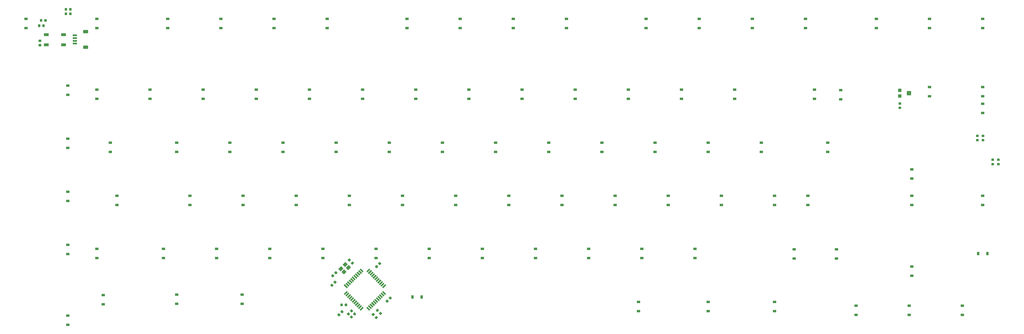
<source format=gbp>
G04 #@! TF.GenerationSoftware,KiCad,Pcbnew,(5.1.2)-1*
G04 #@! TF.CreationDate,2019-07-01T01:55:20-07:00*
G04 #@! TF.ProjectId,mad cat,6d616420-6361-4742-9e6b-696361645f70,rev?*
G04 #@! TF.SameCoordinates,Original*
G04 #@! TF.FileFunction,Paste,Bot*
G04 #@! TF.FilePolarity,Positive*
%FSLAX46Y46*%
G04 Gerber Fmt 4.6, Leading zero omitted, Abs format (unit mm)*
G04 Created by KiCad (PCBNEW (5.1.2)-1) date 2019-07-01 01:55:20*
%MOMM*%
%LPD*%
G04 APERTURE LIST*
%ADD10R,0.900000X1.200000*%
%ADD11R,1.200000X0.900000*%
%ADD12C,0.100000*%
%ADD13C,0.875000*%
%ADD14C,1.200000*%
%ADD15C,0.550000*%
%ADD16R,1.800000X1.100000*%
%ADD17C,0.600000*%
%ADD18R,1.200000X1.200000*%
%ADD19R,1.500000X1.600000*%
G04 APERTURE END LIST*
D10*
X347100000Y-99050000D03*
X343800000Y-99050000D03*
D11*
X2525000Y-14875000D03*
X2525000Y-18175000D03*
X27925000Y-14875000D03*
X27925000Y-18175000D03*
X53325000Y-14875000D03*
X53325000Y-18175000D03*
X72375000Y-14875000D03*
X72375000Y-18175000D03*
X91425000Y-14875000D03*
X91425000Y-18175000D03*
X110475000Y-14875000D03*
X110475000Y-18175000D03*
X139050000Y-14875000D03*
X139050000Y-18175000D03*
X158100000Y-14875000D03*
X158100000Y-18175000D03*
X177150000Y-14875000D03*
X177150000Y-18175000D03*
X196200000Y-14875000D03*
X196200000Y-18175000D03*
X224775000Y-14875000D03*
X224775000Y-18175000D03*
X243825000Y-14875000D03*
X243825000Y-18175000D03*
X262875000Y-14875000D03*
X262875000Y-18175000D03*
X281925000Y-14875000D03*
X281925000Y-18175000D03*
X307325000Y-14875000D03*
X307325000Y-18175000D03*
X326375000Y-14875000D03*
X326375000Y-18175000D03*
X345425000Y-14875000D03*
X345425000Y-18175000D03*
X17525000Y-38775000D03*
X17525000Y-42075000D03*
X27925000Y-40275000D03*
X27925000Y-43575000D03*
X46975000Y-40275000D03*
X46975000Y-43575000D03*
X66025000Y-40275000D03*
X66025000Y-43575000D03*
X85075000Y-40275000D03*
X85075000Y-43575000D03*
X104125000Y-40275000D03*
X104125000Y-43575000D03*
X123175000Y-40275000D03*
X123175000Y-43575000D03*
X142225000Y-40275000D03*
X142225000Y-43575000D03*
X161275000Y-40275000D03*
X161275000Y-43575000D03*
X180325000Y-40275000D03*
X180325000Y-43575000D03*
X199375000Y-40275000D03*
X199375000Y-43575000D03*
X218425000Y-40275000D03*
X218425000Y-43575000D03*
X237475000Y-40275000D03*
X237475000Y-43575000D03*
X256525000Y-40275000D03*
X256525000Y-43575000D03*
X285100000Y-40275000D03*
X285100000Y-43575000D03*
X326375000Y-39350000D03*
X326375000Y-42650000D03*
X345425000Y-39350000D03*
X345425000Y-42650000D03*
X17525000Y-57825000D03*
X17525000Y-61125000D03*
X32687500Y-59325000D03*
X32687500Y-62625000D03*
X56500000Y-59325000D03*
X56500000Y-62625000D03*
X75550000Y-59325000D03*
X75550000Y-62625000D03*
X94600000Y-59325000D03*
X94600000Y-62625000D03*
X113650000Y-59325000D03*
X113650000Y-62625000D03*
X132700000Y-59325000D03*
X132700000Y-62625000D03*
X151750000Y-59325000D03*
X151750000Y-62625000D03*
X170800000Y-59325000D03*
X170800000Y-62625000D03*
X189850000Y-59325000D03*
X189850000Y-62625000D03*
X208900000Y-59325000D03*
X208900000Y-62625000D03*
X227950000Y-59325000D03*
X227950000Y-62625000D03*
X247000000Y-59325000D03*
X247000000Y-62625000D03*
X266050000Y-59325000D03*
X266050000Y-62625000D03*
X289862500Y-59325000D03*
X289862500Y-62625000D03*
X294481250Y-40418750D03*
X294481250Y-43718750D03*
X345425000Y-48650000D03*
X345425000Y-45350000D03*
X17525000Y-76875000D03*
X17525000Y-80175000D03*
X35068750Y-78375000D03*
X35068750Y-81675000D03*
X61262500Y-78375000D03*
X61262500Y-81675000D03*
X80312500Y-78375000D03*
X80312500Y-81675000D03*
X99362500Y-78375000D03*
X99362500Y-81675000D03*
X118412500Y-78375000D03*
X118412500Y-81675000D03*
X137462500Y-78375000D03*
X137462500Y-81675000D03*
X156512500Y-78375000D03*
X156512500Y-81675000D03*
X175562500Y-78375000D03*
X175562500Y-81675000D03*
X194612500Y-78375000D03*
X194612500Y-81675000D03*
X213662500Y-78375000D03*
X213662500Y-81675000D03*
X232712500Y-78375000D03*
X232712500Y-81675000D03*
X251762500Y-78375000D03*
X251762500Y-81675000D03*
X270812500Y-78375000D03*
X270812500Y-81675000D03*
X282718750Y-78375000D03*
X282718750Y-81675000D03*
X320025000Y-68850000D03*
X320025000Y-72150000D03*
X345425000Y-78350000D03*
X345425000Y-81650000D03*
X17525000Y-95925000D03*
X17525000Y-99225000D03*
X27925000Y-97425000D03*
X27925000Y-100725000D03*
X51737500Y-97425000D03*
X51737500Y-100725000D03*
X70787500Y-97425000D03*
X70787500Y-100725000D03*
X89837500Y-97425000D03*
X89837500Y-100725000D03*
X108887500Y-97425000D03*
X108887500Y-100725000D03*
X127937500Y-97425000D03*
X127937500Y-100725000D03*
X146987500Y-97425000D03*
X146987500Y-100725000D03*
X166037500Y-97425000D03*
X166037500Y-100725000D03*
X185087500Y-97425000D03*
X185087500Y-100725000D03*
X204137500Y-97425000D03*
X204137500Y-100725000D03*
X223187500Y-97425000D03*
X223187500Y-100725000D03*
X242237500Y-97425000D03*
X242237500Y-100725000D03*
X277812500Y-97568750D03*
X277812500Y-100868750D03*
X293000000Y-97568750D03*
X293000000Y-100868750D03*
X320025000Y-78375000D03*
X320025000Y-81675000D03*
X320025000Y-103775000D03*
X320025000Y-107075000D03*
X17500000Y-121350000D03*
X17500000Y-124650000D03*
X30187500Y-113975000D03*
X30187500Y-117275000D03*
X56500000Y-113850000D03*
X56500000Y-117150000D03*
X80000000Y-113850000D03*
X80000000Y-117150000D03*
D10*
X144350000Y-114700000D03*
X141050000Y-114700000D03*
D11*
X222000000Y-116475000D03*
X222000000Y-119775000D03*
X247000000Y-116475000D03*
X247000000Y-119775000D03*
X270812500Y-116475000D03*
X270812500Y-119775000D03*
X299975000Y-117825000D03*
X299975000Y-121125000D03*
X319025000Y-117825000D03*
X319025000Y-121125000D03*
X338075000Y-117825000D03*
X338075000Y-121125000D03*
D12*
G36*
X112438077Y-106503274D02*
G01*
X112459312Y-106506424D01*
X112480136Y-106511640D01*
X112500348Y-106518872D01*
X112519754Y-106528051D01*
X112538167Y-106539087D01*
X112555410Y-106551875D01*
X112571316Y-106566291D01*
X112933709Y-106928684D01*
X112948125Y-106944590D01*
X112960913Y-106961833D01*
X112971949Y-106980246D01*
X112981128Y-106999652D01*
X112988360Y-107019864D01*
X112993576Y-107040688D01*
X112996726Y-107061923D01*
X112997779Y-107083364D01*
X112996726Y-107104805D01*
X112993576Y-107126040D01*
X112988360Y-107146864D01*
X112981128Y-107167076D01*
X112971949Y-107186482D01*
X112960913Y-107204895D01*
X112948125Y-107222138D01*
X112933709Y-107238044D01*
X112624350Y-107547403D01*
X112608444Y-107561819D01*
X112591201Y-107574607D01*
X112572788Y-107585643D01*
X112553382Y-107594822D01*
X112533170Y-107602054D01*
X112512346Y-107607270D01*
X112491111Y-107610420D01*
X112469670Y-107611473D01*
X112448229Y-107610420D01*
X112426994Y-107607270D01*
X112406170Y-107602054D01*
X112385958Y-107594822D01*
X112366552Y-107585643D01*
X112348139Y-107574607D01*
X112330896Y-107561819D01*
X112314990Y-107547403D01*
X111952597Y-107185010D01*
X111938181Y-107169104D01*
X111925393Y-107151861D01*
X111914357Y-107133448D01*
X111905178Y-107114042D01*
X111897946Y-107093830D01*
X111892730Y-107073006D01*
X111889580Y-107051771D01*
X111888527Y-107030330D01*
X111889580Y-107008889D01*
X111892730Y-106987654D01*
X111897946Y-106966830D01*
X111905178Y-106946618D01*
X111914357Y-106927212D01*
X111925393Y-106908799D01*
X111938181Y-106891556D01*
X111952597Y-106875650D01*
X112261956Y-106566291D01*
X112277862Y-106551875D01*
X112295105Y-106539087D01*
X112313518Y-106528051D01*
X112332924Y-106518872D01*
X112353136Y-106511640D01*
X112373960Y-106506424D01*
X112395195Y-106503274D01*
X112416636Y-106502221D01*
X112438077Y-106503274D01*
X112438077Y-106503274D01*
G37*
D13*
X112443153Y-107056847D03*
D12*
G36*
X113551771Y-105389580D02*
G01*
X113573006Y-105392730D01*
X113593830Y-105397946D01*
X113614042Y-105405178D01*
X113633448Y-105414357D01*
X113651861Y-105425393D01*
X113669104Y-105438181D01*
X113685010Y-105452597D01*
X114047403Y-105814990D01*
X114061819Y-105830896D01*
X114074607Y-105848139D01*
X114085643Y-105866552D01*
X114094822Y-105885958D01*
X114102054Y-105906170D01*
X114107270Y-105926994D01*
X114110420Y-105948229D01*
X114111473Y-105969670D01*
X114110420Y-105991111D01*
X114107270Y-106012346D01*
X114102054Y-106033170D01*
X114094822Y-106053382D01*
X114085643Y-106072788D01*
X114074607Y-106091201D01*
X114061819Y-106108444D01*
X114047403Y-106124350D01*
X113738044Y-106433709D01*
X113722138Y-106448125D01*
X113704895Y-106460913D01*
X113686482Y-106471949D01*
X113667076Y-106481128D01*
X113646864Y-106488360D01*
X113626040Y-106493576D01*
X113604805Y-106496726D01*
X113583364Y-106497779D01*
X113561923Y-106496726D01*
X113540688Y-106493576D01*
X113519864Y-106488360D01*
X113499652Y-106481128D01*
X113480246Y-106471949D01*
X113461833Y-106460913D01*
X113444590Y-106448125D01*
X113428684Y-106433709D01*
X113066291Y-106071316D01*
X113051875Y-106055410D01*
X113039087Y-106038167D01*
X113028051Y-106019754D01*
X113018872Y-106000348D01*
X113011640Y-105980136D01*
X113006424Y-105959312D01*
X113003274Y-105938077D01*
X113002221Y-105916636D01*
X113003274Y-105895195D01*
X113006424Y-105873960D01*
X113011640Y-105853136D01*
X113018872Y-105832924D01*
X113028051Y-105813518D01*
X113039087Y-105795105D01*
X113051875Y-105777862D01*
X113066291Y-105761956D01*
X113375650Y-105452597D01*
X113391556Y-105438181D01*
X113408799Y-105425393D01*
X113427212Y-105414357D01*
X113446618Y-105405178D01*
X113466830Y-105397946D01*
X113487654Y-105392730D01*
X113508889Y-105389580D01*
X113530330Y-105388527D01*
X113551771Y-105389580D01*
X113551771Y-105389580D01*
G37*
D13*
X113556847Y-105943153D03*
D14*
X116487868Y-105643503D03*
D12*
G36*
X116417157Y-106562742D02*
G01*
X115568629Y-105714214D01*
X116558579Y-104724264D01*
X117407107Y-105572792D01*
X116417157Y-106562742D01*
X116417157Y-106562742D01*
G37*
D14*
X118043503Y-104087868D03*
D12*
G36*
X117972792Y-105007107D02*
G01*
X117124264Y-104158579D01*
X118114214Y-103168629D01*
X118962742Y-104017157D01*
X117972792Y-105007107D01*
X117972792Y-105007107D01*
G37*
D14*
X116912132Y-102956497D03*
D12*
G36*
X116841421Y-103875736D02*
G01*
X115992893Y-103027208D01*
X116982843Y-102037258D01*
X117831371Y-102885786D01*
X116841421Y-103875736D01*
X116841421Y-103875736D01*
G37*
D14*
X115356497Y-104512132D03*
D12*
G36*
X115285786Y-105431371D02*
G01*
X114437258Y-104582843D01*
X115427208Y-103592893D01*
X116275736Y-104441421D01*
X115285786Y-105431371D01*
X115285786Y-105431371D01*
G37*
D15*
X125202082Y-118858936D03*
D12*
G36*
X124477298Y-118523060D02*
G01*
X124866206Y-118134152D01*
X125926866Y-119194812D01*
X125537958Y-119583720D01*
X124477298Y-118523060D01*
X124477298Y-118523060D01*
G37*
D15*
X125767767Y-118293250D03*
D12*
G36*
X125042983Y-117957374D02*
G01*
X125431891Y-117568466D01*
X126492551Y-118629126D01*
X126103643Y-119018034D01*
X125042983Y-117957374D01*
X125042983Y-117957374D01*
G37*
D15*
X126333452Y-117727565D03*
D12*
G36*
X125608668Y-117391689D02*
G01*
X125997576Y-117002781D01*
X127058236Y-118063441D01*
X126669328Y-118452349D01*
X125608668Y-117391689D01*
X125608668Y-117391689D01*
G37*
D15*
X126899138Y-117161880D03*
D12*
G36*
X126174354Y-116826004D02*
G01*
X126563262Y-116437096D01*
X127623922Y-117497756D01*
X127235014Y-117886664D01*
X126174354Y-116826004D01*
X126174354Y-116826004D01*
G37*
D15*
X127464823Y-116596194D03*
D12*
G36*
X126740039Y-116260318D02*
G01*
X127128947Y-115871410D01*
X128189607Y-116932070D01*
X127800699Y-117320978D01*
X126740039Y-116260318D01*
X126740039Y-116260318D01*
G37*
D15*
X128030509Y-116030509D03*
D12*
G36*
X127305725Y-115694633D02*
G01*
X127694633Y-115305725D01*
X128755293Y-116366385D01*
X128366385Y-116755293D01*
X127305725Y-115694633D01*
X127305725Y-115694633D01*
G37*
D15*
X128596194Y-115464823D03*
D12*
G36*
X127871410Y-115128947D02*
G01*
X128260318Y-114740039D01*
X129320978Y-115800699D01*
X128932070Y-116189607D01*
X127871410Y-115128947D01*
X127871410Y-115128947D01*
G37*
D15*
X129161880Y-114899138D03*
D12*
G36*
X128437096Y-114563262D02*
G01*
X128826004Y-114174354D01*
X129886664Y-115235014D01*
X129497756Y-115623922D01*
X128437096Y-114563262D01*
X128437096Y-114563262D01*
G37*
D15*
X129727565Y-114333452D03*
D12*
G36*
X129002781Y-113997576D02*
G01*
X129391689Y-113608668D01*
X130452349Y-114669328D01*
X130063441Y-115058236D01*
X129002781Y-113997576D01*
X129002781Y-113997576D01*
G37*
D15*
X130293250Y-113767767D03*
D12*
G36*
X129568466Y-113431891D02*
G01*
X129957374Y-113042983D01*
X131018034Y-114103643D01*
X130629126Y-114492551D01*
X129568466Y-113431891D01*
X129568466Y-113431891D01*
G37*
D15*
X130858936Y-113202082D03*
D12*
G36*
X130134152Y-112866206D02*
G01*
X130523060Y-112477298D01*
X131583720Y-113537958D01*
X131194812Y-113926866D01*
X130134152Y-112866206D01*
X130134152Y-112866206D01*
G37*
D15*
X130858936Y-110797918D03*
D12*
G36*
X130523060Y-111522702D02*
G01*
X130134152Y-111133794D01*
X131194812Y-110073134D01*
X131583720Y-110462042D01*
X130523060Y-111522702D01*
X130523060Y-111522702D01*
G37*
D15*
X130293250Y-110232233D03*
D12*
G36*
X129957374Y-110957017D02*
G01*
X129568466Y-110568109D01*
X130629126Y-109507449D01*
X131018034Y-109896357D01*
X129957374Y-110957017D01*
X129957374Y-110957017D01*
G37*
D15*
X129727565Y-109666548D03*
D12*
G36*
X129391689Y-110391332D02*
G01*
X129002781Y-110002424D01*
X130063441Y-108941764D01*
X130452349Y-109330672D01*
X129391689Y-110391332D01*
X129391689Y-110391332D01*
G37*
D15*
X129161880Y-109100862D03*
D12*
G36*
X128826004Y-109825646D02*
G01*
X128437096Y-109436738D01*
X129497756Y-108376078D01*
X129886664Y-108764986D01*
X128826004Y-109825646D01*
X128826004Y-109825646D01*
G37*
D15*
X128596194Y-108535177D03*
D12*
G36*
X128260318Y-109259961D02*
G01*
X127871410Y-108871053D01*
X128932070Y-107810393D01*
X129320978Y-108199301D01*
X128260318Y-109259961D01*
X128260318Y-109259961D01*
G37*
D15*
X128030509Y-107969491D03*
D12*
G36*
X127694633Y-108694275D02*
G01*
X127305725Y-108305367D01*
X128366385Y-107244707D01*
X128755293Y-107633615D01*
X127694633Y-108694275D01*
X127694633Y-108694275D01*
G37*
D15*
X127464823Y-107403806D03*
D12*
G36*
X127128947Y-108128590D02*
G01*
X126740039Y-107739682D01*
X127800699Y-106679022D01*
X128189607Y-107067930D01*
X127128947Y-108128590D01*
X127128947Y-108128590D01*
G37*
D15*
X126899138Y-106838120D03*
D12*
G36*
X126563262Y-107562904D02*
G01*
X126174354Y-107173996D01*
X127235014Y-106113336D01*
X127623922Y-106502244D01*
X126563262Y-107562904D01*
X126563262Y-107562904D01*
G37*
D15*
X126333452Y-106272435D03*
D12*
G36*
X125997576Y-106997219D02*
G01*
X125608668Y-106608311D01*
X126669328Y-105547651D01*
X127058236Y-105936559D01*
X125997576Y-106997219D01*
X125997576Y-106997219D01*
G37*
D15*
X125767767Y-105706750D03*
D12*
G36*
X125431891Y-106431534D02*
G01*
X125042983Y-106042626D01*
X126103643Y-104981966D01*
X126492551Y-105370874D01*
X125431891Y-106431534D01*
X125431891Y-106431534D01*
G37*
D15*
X125202082Y-105141064D03*
D12*
G36*
X124866206Y-105865848D02*
G01*
X124477298Y-105476940D01*
X125537958Y-104416280D01*
X125926866Y-104805188D01*
X124866206Y-105865848D01*
X124866206Y-105865848D01*
G37*
D15*
X122797918Y-105141064D03*
D12*
G36*
X122073134Y-104805188D02*
G01*
X122462042Y-104416280D01*
X123522702Y-105476940D01*
X123133794Y-105865848D01*
X122073134Y-104805188D01*
X122073134Y-104805188D01*
G37*
D15*
X122232233Y-105706750D03*
D12*
G36*
X121507449Y-105370874D02*
G01*
X121896357Y-104981966D01*
X122957017Y-106042626D01*
X122568109Y-106431534D01*
X121507449Y-105370874D01*
X121507449Y-105370874D01*
G37*
D15*
X121666548Y-106272435D03*
D12*
G36*
X120941764Y-105936559D02*
G01*
X121330672Y-105547651D01*
X122391332Y-106608311D01*
X122002424Y-106997219D01*
X120941764Y-105936559D01*
X120941764Y-105936559D01*
G37*
D15*
X121100862Y-106838120D03*
D12*
G36*
X120376078Y-106502244D02*
G01*
X120764986Y-106113336D01*
X121825646Y-107173996D01*
X121436738Y-107562904D01*
X120376078Y-106502244D01*
X120376078Y-106502244D01*
G37*
D15*
X120535177Y-107403806D03*
D12*
G36*
X119810393Y-107067930D02*
G01*
X120199301Y-106679022D01*
X121259961Y-107739682D01*
X120871053Y-108128590D01*
X119810393Y-107067930D01*
X119810393Y-107067930D01*
G37*
D15*
X119969491Y-107969491D03*
D12*
G36*
X119244707Y-107633615D02*
G01*
X119633615Y-107244707D01*
X120694275Y-108305367D01*
X120305367Y-108694275D01*
X119244707Y-107633615D01*
X119244707Y-107633615D01*
G37*
D15*
X119403806Y-108535177D03*
D12*
G36*
X118679022Y-108199301D02*
G01*
X119067930Y-107810393D01*
X120128590Y-108871053D01*
X119739682Y-109259961D01*
X118679022Y-108199301D01*
X118679022Y-108199301D01*
G37*
D15*
X118838120Y-109100862D03*
D12*
G36*
X118113336Y-108764986D02*
G01*
X118502244Y-108376078D01*
X119562904Y-109436738D01*
X119173996Y-109825646D01*
X118113336Y-108764986D01*
X118113336Y-108764986D01*
G37*
D15*
X118272435Y-109666548D03*
D12*
G36*
X117547651Y-109330672D02*
G01*
X117936559Y-108941764D01*
X118997219Y-110002424D01*
X118608311Y-110391332D01*
X117547651Y-109330672D01*
X117547651Y-109330672D01*
G37*
D15*
X117706750Y-110232233D03*
D12*
G36*
X116981966Y-109896357D02*
G01*
X117370874Y-109507449D01*
X118431534Y-110568109D01*
X118042626Y-110957017D01*
X116981966Y-109896357D01*
X116981966Y-109896357D01*
G37*
D15*
X117141064Y-110797918D03*
D12*
G36*
X116416280Y-110462042D02*
G01*
X116805188Y-110073134D01*
X117865848Y-111133794D01*
X117476940Y-111522702D01*
X116416280Y-110462042D01*
X116416280Y-110462042D01*
G37*
D15*
X117141064Y-113202082D03*
D12*
G36*
X116805188Y-113926866D02*
G01*
X116416280Y-113537958D01*
X117476940Y-112477298D01*
X117865848Y-112866206D01*
X116805188Y-113926866D01*
X116805188Y-113926866D01*
G37*
D15*
X117706750Y-113767767D03*
D12*
G36*
X117370874Y-114492551D02*
G01*
X116981966Y-114103643D01*
X118042626Y-113042983D01*
X118431534Y-113431891D01*
X117370874Y-114492551D01*
X117370874Y-114492551D01*
G37*
D15*
X118272435Y-114333452D03*
D12*
G36*
X117936559Y-115058236D02*
G01*
X117547651Y-114669328D01*
X118608311Y-113608668D01*
X118997219Y-113997576D01*
X117936559Y-115058236D01*
X117936559Y-115058236D01*
G37*
D15*
X118838120Y-114899138D03*
D12*
G36*
X118502244Y-115623922D02*
G01*
X118113336Y-115235014D01*
X119173996Y-114174354D01*
X119562904Y-114563262D01*
X118502244Y-115623922D01*
X118502244Y-115623922D01*
G37*
D15*
X119403806Y-115464823D03*
D12*
G36*
X119067930Y-116189607D02*
G01*
X118679022Y-115800699D01*
X119739682Y-114740039D01*
X120128590Y-115128947D01*
X119067930Y-116189607D01*
X119067930Y-116189607D01*
G37*
D15*
X119969491Y-116030509D03*
D12*
G36*
X119633615Y-116755293D02*
G01*
X119244707Y-116366385D01*
X120305367Y-115305725D01*
X120694275Y-115694633D01*
X119633615Y-116755293D01*
X119633615Y-116755293D01*
G37*
D15*
X120535177Y-116596194D03*
D12*
G36*
X120199301Y-117320978D02*
G01*
X119810393Y-116932070D01*
X120871053Y-115871410D01*
X121259961Y-116260318D01*
X120199301Y-117320978D01*
X120199301Y-117320978D01*
G37*
D15*
X121100862Y-117161880D03*
D12*
G36*
X120764986Y-117886664D02*
G01*
X120376078Y-117497756D01*
X121436738Y-116437096D01*
X121825646Y-116826004D01*
X120764986Y-117886664D01*
X120764986Y-117886664D01*
G37*
D15*
X121666548Y-117727565D03*
D12*
G36*
X121330672Y-118452349D02*
G01*
X120941764Y-118063441D01*
X122002424Y-117002781D01*
X122391332Y-117391689D01*
X121330672Y-118452349D01*
X121330672Y-118452349D01*
G37*
D15*
X122232233Y-118293250D03*
D12*
G36*
X121896357Y-119018034D02*
G01*
X121507449Y-118629126D01*
X122568109Y-117568466D01*
X122957017Y-117957374D01*
X121896357Y-119018034D01*
X121896357Y-119018034D01*
G37*
D15*
X122797918Y-118858936D03*
D12*
G36*
X122462042Y-119583720D02*
G01*
X122073134Y-119194812D01*
X123133794Y-118134152D01*
X123522702Y-118523060D01*
X122462042Y-119583720D01*
X122462042Y-119583720D01*
G37*
D16*
X9800000Y-24175000D03*
X16000000Y-24175000D03*
X9800000Y-20475000D03*
X16000000Y-20475000D03*
D12*
G36*
X24549505Y-24426204D02*
G01*
X24573773Y-24429804D01*
X24597572Y-24435765D01*
X24620671Y-24444030D01*
X24642850Y-24454520D01*
X24663893Y-24467132D01*
X24683599Y-24481747D01*
X24701777Y-24498223D01*
X24718253Y-24516401D01*
X24732868Y-24536107D01*
X24745480Y-24557150D01*
X24755970Y-24579329D01*
X24764235Y-24602428D01*
X24770196Y-24626227D01*
X24773796Y-24650495D01*
X24775000Y-24674999D01*
X24775000Y-25375001D01*
X24773796Y-25399505D01*
X24770196Y-25423773D01*
X24764235Y-25447572D01*
X24755970Y-25470671D01*
X24745480Y-25492850D01*
X24732868Y-25513893D01*
X24718253Y-25533599D01*
X24701777Y-25551777D01*
X24683599Y-25568253D01*
X24663893Y-25582868D01*
X24642850Y-25595480D01*
X24620671Y-25605970D01*
X24597572Y-25614235D01*
X24573773Y-25620196D01*
X24549505Y-25623796D01*
X24525001Y-25625000D01*
X23224999Y-25625000D01*
X23200495Y-25623796D01*
X23176227Y-25620196D01*
X23152428Y-25614235D01*
X23129329Y-25605970D01*
X23107150Y-25595480D01*
X23086107Y-25582868D01*
X23066401Y-25568253D01*
X23048223Y-25551777D01*
X23031747Y-25533599D01*
X23017132Y-25513893D01*
X23004520Y-25492850D01*
X22994030Y-25470671D01*
X22985765Y-25447572D01*
X22979804Y-25423773D01*
X22976204Y-25399505D01*
X22975000Y-25375001D01*
X22975000Y-24674999D01*
X22976204Y-24650495D01*
X22979804Y-24626227D01*
X22985765Y-24602428D01*
X22994030Y-24579329D01*
X23004520Y-24557150D01*
X23017132Y-24536107D01*
X23031747Y-24516401D01*
X23048223Y-24498223D01*
X23066401Y-24481747D01*
X23086107Y-24467132D01*
X23107150Y-24454520D01*
X23129329Y-24444030D01*
X23152428Y-24435765D01*
X23176227Y-24429804D01*
X23200495Y-24426204D01*
X23224999Y-24425000D01*
X24525001Y-24425000D01*
X24549505Y-24426204D01*
X24549505Y-24426204D01*
G37*
D14*
X23875000Y-25025000D03*
D12*
G36*
X24549505Y-18826204D02*
G01*
X24573773Y-18829804D01*
X24597572Y-18835765D01*
X24620671Y-18844030D01*
X24642850Y-18854520D01*
X24663893Y-18867132D01*
X24683599Y-18881747D01*
X24701777Y-18898223D01*
X24718253Y-18916401D01*
X24732868Y-18936107D01*
X24745480Y-18957150D01*
X24755970Y-18979329D01*
X24764235Y-19002428D01*
X24770196Y-19026227D01*
X24773796Y-19050495D01*
X24775000Y-19074999D01*
X24775000Y-19775001D01*
X24773796Y-19799505D01*
X24770196Y-19823773D01*
X24764235Y-19847572D01*
X24755970Y-19870671D01*
X24745480Y-19892850D01*
X24732868Y-19913893D01*
X24718253Y-19933599D01*
X24701777Y-19951777D01*
X24683599Y-19968253D01*
X24663893Y-19982868D01*
X24642850Y-19995480D01*
X24620671Y-20005970D01*
X24597572Y-20014235D01*
X24573773Y-20020196D01*
X24549505Y-20023796D01*
X24525001Y-20025000D01*
X23224999Y-20025000D01*
X23200495Y-20023796D01*
X23176227Y-20020196D01*
X23152428Y-20014235D01*
X23129329Y-20005970D01*
X23107150Y-19995480D01*
X23086107Y-19982868D01*
X23066401Y-19968253D01*
X23048223Y-19951777D01*
X23031747Y-19933599D01*
X23017132Y-19913893D01*
X23004520Y-19892850D01*
X22994030Y-19870671D01*
X22985765Y-19847572D01*
X22979804Y-19823773D01*
X22976204Y-19799505D01*
X22975000Y-19775001D01*
X22975000Y-19074999D01*
X22976204Y-19050495D01*
X22979804Y-19026227D01*
X22985765Y-19002428D01*
X22994030Y-18979329D01*
X23004520Y-18957150D01*
X23017132Y-18936107D01*
X23031747Y-18916401D01*
X23048223Y-18898223D01*
X23066401Y-18881747D01*
X23086107Y-18867132D01*
X23107150Y-18854520D01*
X23129329Y-18844030D01*
X23152428Y-18835765D01*
X23176227Y-18829804D01*
X23200495Y-18826204D01*
X23224999Y-18825000D01*
X24525001Y-18825000D01*
X24549505Y-18826204D01*
X24549505Y-18826204D01*
G37*
D14*
X23875000Y-19425000D03*
D12*
G36*
X20639703Y-23425722D02*
G01*
X20654264Y-23427882D01*
X20668543Y-23431459D01*
X20682403Y-23436418D01*
X20695710Y-23442712D01*
X20708336Y-23450280D01*
X20720159Y-23459048D01*
X20731066Y-23468934D01*
X20740952Y-23479841D01*
X20749720Y-23491664D01*
X20757288Y-23504290D01*
X20763582Y-23517597D01*
X20768541Y-23531457D01*
X20772118Y-23545736D01*
X20774278Y-23560297D01*
X20775000Y-23575000D01*
X20775000Y-23875000D01*
X20774278Y-23889703D01*
X20772118Y-23904264D01*
X20768541Y-23918543D01*
X20763582Y-23932403D01*
X20757288Y-23945710D01*
X20749720Y-23958336D01*
X20740952Y-23970159D01*
X20731066Y-23981066D01*
X20720159Y-23990952D01*
X20708336Y-23999720D01*
X20695710Y-24007288D01*
X20682403Y-24013582D01*
X20668543Y-24018541D01*
X20654264Y-24022118D01*
X20639703Y-24024278D01*
X20625000Y-24025000D01*
X19375000Y-24025000D01*
X19360297Y-24024278D01*
X19345736Y-24022118D01*
X19331457Y-24018541D01*
X19317597Y-24013582D01*
X19304290Y-24007288D01*
X19291664Y-23999720D01*
X19279841Y-23990952D01*
X19268934Y-23981066D01*
X19259048Y-23970159D01*
X19250280Y-23958336D01*
X19242712Y-23945710D01*
X19236418Y-23932403D01*
X19231459Y-23918543D01*
X19227882Y-23904264D01*
X19225722Y-23889703D01*
X19225000Y-23875000D01*
X19225000Y-23575000D01*
X19225722Y-23560297D01*
X19227882Y-23545736D01*
X19231459Y-23531457D01*
X19236418Y-23517597D01*
X19242712Y-23504290D01*
X19250280Y-23491664D01*
X19259048Y-23479841D01*
X19268934Y-23468934D01*
X19279841Y-23459048D01*
X19291664Y-23450280D01*
X19304290Y-23442712D01*
X19317597Y-23436418D01*
X19331457Y-23431459D01*
X19345736Y-23427882D01*
X19360297Y-23425722D01*
X19375000Y-23425000D01*
X20625000Y-23425000D01*
X20639703Y-23425722D01*
X20639703Y-23425722D01*
G37*
D17*
X20000000Y-23725000D03*
D12*
G36*
X20639703Y-22425722D02*
G01*
X20654264Y-22427882D01*
X20668543Y-22431459D01*
X20682403Y-22436418D01*
X20695710Y-22442712D01*
X20708336Y-22450280D01*
X20720159Y-22459048D01*
X20731066Y-22468934D01*
X20740952Y-22479841D01*
X20749720Y-22491664D01*
X20757288Y-22504290D01*
X20763582Y-22517597D01*
X20768541Y-22531457D01*
X20772118Y-22545736D01*
X20774278Y-22560297D01*
X20775000Y-22575000D01*
X20775000Y-22875000D01*
X20774278Y-22889703D01*
X20772118Y-22904264D01*
X20768541Y-22918543D01*
X20763582Y-22932403D01*
X20757288Y-22945710D01*
X20749720Y-22958336D01*
X20740952Y-22970159D01*
X20731066Y-22981066D01*
X20720159Y-22990952D01*
X20708336Y-22999720D01*
X20695710Y-23007288D01*
X20682403Y-23013582D01*
X20668543Y-23018541D01*
X20654264Y-23022118D01*
X20639703Y-23024278D01*
X20625000Y-23025000D01*
X19375000Y-23025000D01*
X19360297Y-23024278D01*
X19345736Y-23022118D01*
X19331457Y-23018541D01*
X19317597Y-23013582D01*
X19304290Y-23007288D01*
X19291664Y-22999720D01*
X19279841Y-22990952D01*
X19268934Y-22981066D01*
X19259048Y-22970159D01*
X19250280Y-22958336D01*
X19242712Y-22945710D01*
X19236418Y-22932403D01*
X19231459Y-22918543D01*
X19227882Y-22904264D01*
X19225722Y-22889703D01*
X19225000Y-22875000D01*
X19225000Y-22575000D01*
X19225722Y-22560297D01*
X19227882Y-22545736D01*
X19231459Y-22531457D01*
X19236418Y-22517597D01*
X19242712Y-22504290D01*
X19250280Y-22491664D01*
X19259048Y-22479841D01*
X19268934Y-22468934D01*
X19279841Y-22459048D01*
X19291664Y-22450280D01*
X19304290Y-22442712D01*
X19317597Y-22436418D01*
X19331457Y-22431459D01*
X19345736Y-22427882D01*
X19360297Y-22425722D01*
X19375000Y-22425000D01*
X20625000Y-22425000D01*
X20639703Y-22425722D01*
X20639703Y-22425722D01*
G37*
D17*
X20000000Y-22725000D03*
D12*
G36*
X20639703Y-21425722D02*
G01*
X20654264Y-21427882D01*
X20668543Y-21431459D01*
X20682403Y-21436418D01*
X20695710Y-21442712D01*
X20708336Y-21450280D01*
X20720159Y-21459048D01*
X20731066Y-21468934D01*
X20740952Y-21479841D01*
X20749720Y-21491664D01*
X20757288Y-21504290D01*
X20763582Y-21517597D01*
X20768541Y-21531457D01*
X20772118Y-21545736D01*
X20774278Y-21560297D01*
X20775000Y-21575000D01*
X20775000Y-21875000D01*
X20774278Y-21889703D01*
X20772118Y-21904264D01*
X20768541Y-21918543D01*
X20763582Y-21932403D01*
X20757288Y-21945710D01*
X20749720Y-21958336D01*
X20740952Y-21970159D01*
X20731066Y-21981066D01*
X20720159Y-21990952D01*
X20708336Y-21999720D01*
X20695710Y-22007288D01*
X20682403Y-22013582D01*
X20668543Y-22018541D01*
X20654264Y-22022118D01*
X20639703Y-22024278D01*
X20625000Y-22025000D01*
X19375000Y-22025000D01*
X19360297Y-22024278D01*
X19345736Y-22022118D01*
X19331457Y-22018541D01*
X19317597Y-22013582D01*
X19304290Y-22007288D01*
X19291664Y-21999720D01*
X19279841Y-21990952D01*
X19268934Y-21981066D01*
X19259048Y-21970159D01*
X19250280Y-21958336D01*
X19242712Y-21945710D01*
X19236418Y-21932403D01*
X19231459Y-21918543D01*
X19227882Y-21904264D01*
X19225722Y-21889703D01*
X19225000Y-21875000D01*
X19225000Y-21575000D01*
X19225722Y-21560297D01*
X19227882Y-21545736D01*
X19231459Y-21531457D01*
X19236418Y-21517597D01*
X19242712Y-21504290D01*
X19250280Y-21491664D01*
X19259048Y-21479841D01*
X19268934Y-21468934D01*
X19279841Y-21459048D01*
X19291664Y-21450280D01*
X19304290Y-21442712D01*
X19317597Y-21436418D01*
X19331457Y-21431459D01*
X19345736Y-21427882D01*
X19360297Y-21425722D01*
X19375000Y-21425000D01*
X20625000Y-21425000D01*
X20639703Y-21425722D01*
X20639703Y-21425722D01*
G37*
D17*
X20000000Y-21725000D03*
D12*
G36*
X20639703Y-20425722D02*
G01*
X20654264Y-20427882D01*
X20668543Y-20431459D01*
X20682403Y-20436418D01*
X20695710Y-20442712D01*
X20708336Y-20450280D01*
X20720159Y-20459048D01*
X20731066Y-20468934D01*
X20740952Y-20479841D01*
X20749720Y-20491664D01*
X20757288Y-20504290D01*
X20763582Y-20517597D01*
X20768541Y-20531457D01*
X20772118Y-20545736D01*
X20774278Y-20560297D01*
X20775000Y-20575000D01*
X20775000Y-20875000D01*
X20774278Y-20889703D01*
X20772118Y-20904264D01*
X20768541Y-20918543D01*
X20763582Y-20932403D01*
X20757288Y-20945710D01*
X20749720Y-20958336D01*
X20740952Y-20970159D01*
X20731066Y-20981066D01*
X20720159Y-20990952D01*
X20708336Y-20999720D01*
X20695710Y-21007288D01*
X20682403Y-21013582D01*
X20668543Y-21018541D01*
X20654264Y-21022118D01*
X20639703Y-21024278D01*
X20625000Y-21025000D01*
X19375000Y-21025000D01*
X19360297Y-21024278D01*
X19345736Y-21022118D01*
X19331457Y-21018541D01*
X19317597Y-21013582D01*
X19304290Y-21007288D01*
X19291664Y-20999720D01*
X19279841Y-20990952D01*
X19268934Y-20981066D01*
X19259048Y-20970159D01*
X19250280Y-20958336D01*
X19242712Y-20945710D01*
X19236418Y-20932403D01*
X19231459Y-20918543D01*
X19227882Y-20904264D01*
X19225722Y-20889703D01*
X19225000Y-20875000D01*
X19225000Y-20575000D01*
X19225722Y-20560297D01*
X19227882Y-20545736D01*
X19231459Y-20531457D01*
X19236418Y-20517597D01*
X19242712Y-20504290D01*
X19250280Y-20491664D01*
X19259048Y-20479841D01*
X19268934Y-20468934D01*
X19279841Y-20459048D01*
X19291664Y-20450280D01*
X19304290Y-20442712D01*
X19317597Y-20436418D01*
X19331457Y-20431459D01*
X19345736Y-20427882D01*
X19360297Y-20425722D01*
X19375000Y-20425000D01*
X20625000Y-20425000D01*
X20639703Y-20425722D01*
X20639703Y-20425722D01*
G37*
D17*
X20000000Y-20725000D03*
D12*
G36*
X112138077Y-109903274D02*
G01*
X112159312Y-109906424D01*
X112180136Y-109911640D01*
X112200348Y-109918872D01*
X112219754Y-109928051D01*
X112238167Y-109939087D01*
X112255410Y-109951875D01*
X112271316Y-109966291D01*
X112633709Y-110328684D01*
X112648125Y-110344590D01*
X112660913Y-110361833D01*
X112671949Y-110380246D01*
X112681128Y-110399652D01*
X112688360Y-110419864D01*
X112693576Y-110440688D01*
X112696726Y-110461923D01*
X112697779Y-110483364D01*
X112696726Y-110504805D01*
X112693576Y-110526040D01*
X112688360Y-110546864D01*
X112681128Y-110567076D01*
X112671949Y-110586482D01*
X112660913Y-110604895D01*
X112648125Y-110622138D01*
X112633709Y-110638044D01*
X112324350Y-110947403D01*
X112308444Y-110961819D01*
X112291201Y-110974607D01*
X112272788Y-110985643D01*
X112253382Y-110994822D01*
X112233170Y-111002054D01*
X112212346Y-111007270D01*
X112191111Y-111010420D01*
X112169670Y-111011473D01*
X112148229Y-111010420D01*
X112126994Y-111007270D01*
X112106170Y-111002054D01*
X112085958Y-110994822D01*
X112066552Y-110985643D01*
X112048139Y-110974607D01*
X112030896Y-110961819D01*
X112014990Y-110947403D01*
X111652597Y-110585010D01*
X111638181Y-110569104D01*
X111625393Y-110551861D01*
X111614357Y-110533448D01*
X111605178Y-110514042D01*
X111597946Y-110493830D01*
X111592730Y-110473006D01*
X111589580Y-110451771D01*
X111588527Y-110430330D01*
X111589580Y-110408889D01*
X111592730Y-110387654D01*
X111597946Y-110366830D01*
X111605178Y-110346618D01*
X111614357Y-110327212D01*
X111625393Y-110308799D01*
X111638181Y-110291556D01*
X111652597Y-110275650D01*
X111961956Y-109966291D01*
X111977862Y-109951875D01*
X111995105Y-109939087D01*
X112013518Y-109928051D01*
X112032924Y-109918872D01*
X112053136Y-109911640D01*
X112073960Y-109906424D01*
X112095195Y-109903274D01*
X112116636Y-109902221D01*
X112138077Y-109903274D01*
X112138077Y-109903274D01*
G37*
D13*
X112143153Y-110456847D03*
D12*
G36*
X113251771Y-108789580D02*
G01*
X113273006Y-108792730D01*
X113293830Y-108797946D01*
X113314042Y-108805178D01*
X113333448Y-108814357D01*
X113351861Y-108825393D01*
X113369104Y-108838181D01*
X113385010Y-108852597D01*
X113747403Y-109214990D01*
X113761819Y-109230896D01*
X113774607Y-109248139D01*
X113785643Y-109266552D01*
X113794822Y-109285958D01*
X113802054Y-109306170D01*
X113807270Y-109326994D01*
X113810420Y-109348229D01*
X113811473Y-109369670D01*
X113810420Y-109391111D01*
X113807270Y-109412346D01*
X113802054Y-109433170D01*
X113794822Y-109453382D01*
X113785643Y-109472788D01*
X113774607Y-109491201D01*
X113761819Y-109508444D01*
X113747403Y-109524350D01*
X113438044Y-109833709D01*
X113422138Y-109848125D01*
X113404895Y-109860913D01*
X113386482Y-109871949D01*
X113367076Y-109881128D01*
X113346864Y-109888360D01*
X113326040Y-109893576D01*
X113304805Y-109896726D01*
X113283364Y-109897779D01*
X113261923Y-109896726D01*
X113240688Y-109893576D01*
X113219864Y-109888360D01*
X113199652Y-109881128D01*
X113180246Y-109871949D01*
X113161833Y-109860913D01*
X113144590Y-109848125D01*
X113128684Y-109833709D01*
X112766291Y-109471316D01*
X112751875Y-109455410D01*
X112739087Y-109438167D01*
X112728051Y-109419754D01*
X112718872Y-109400348D01*
X112711640Y-109380136D01*
X112706424Y-109359312D01*
X112703274Y-109338077D01*
X112702221Y-109316636D01*
X112703274Y-109295195D01*
X112706424Y-109273960D01*
X112711640Y-109253136D01*
X112718872Y-109232924D01*
X112728051Y-109213518D01*
X112739087Y-109195105D01*
X112751875Y-109177862D01*
X112766291Y-109161956D01*
X113075650Y-108852597D01*
X113091556Y-108838181D01*
X113108799Y-108825393D01*
X113127212Y-108814357D01*
X113146618Y-108805178D01*
X113166830Y-108797946D01*
X113187654Y-108792730D01*
X113208889Y-108789580D01*
X113230330Y-108788527D01*
X113251771Y-108789580D01*
X113251771Y-108789580D01*
G37*
D13*
X113256847Y-109343153D03*
D12*
G36*
X129251771Y-102089580D02*
G01*
X129273006Y-102092730D01*
X129293830Y-102097946D01*
X129314042Y-102105178D01*
X129333448Y-102114357D01*
X129351861Y-102125393D01*
X129369104Y-102138181D01*
X129385010Y-102152597D01*
X129747403Y-102514990D01*
X129761819Y-102530896D01*
X129774607Y-102548139D01*
X129785643Y-102566552D01*
X129794822Y-102585958D01*
X129802054Y-102606170D01*
X129807270Y-102626994D01*
X129810420Y-102648229D01*
X129811473Y-102669670D01*
X129810420Y-102691111D01*
X129807270Y-102712346D01*
X129802054Y-102733170D01*
X129794822Y-102753382D01*
X129785643Y-102772788D01*
X129774607Y-102791201D01*
X129761819Y-102808444D01*
X129747403Y-102824350D01*
X129438044Y-103133709D01*
X129422138Y-103148125D01*
X129404895Y-103160913D01*
X129386482Y-103171949D01*
X129367076Y-103181128D01*
X129346864Y-103188360D01*
X129326040Y-103193576D01*
X129304805Y-103196726D01*
X129283364Y-103197779D01*
X129261923Y-103196726D01*
X129240688Y-103193576D01*
X129219864Y-103188360D01*
X129199652Y-103181128D01*
X129180246Y-103171949D01*
X129161833Y-103160913D01*
X129144590Y-103148125D01*
X129128684Y-103133709D01*
X128766291Y-102771316D01*
X128751875Y-102755410D01*
X128739087Y-102738167D01*
X128728051Y-102719754D01*
X128718872Y-102700348D01*
X128711640Y-102680136D01*
X128706424Y-102659312D01*
X128703274Y-102638077D01*
X128702221Y-102616636D01*
X128703274Y-102595195D01*
X128706424Y-102573960D01*
X128711640Y-102553136D01*
X128718872Y-102532924D01*
X128728051Y-102513518D01*
X128739087Y-102495105D01*
X128751875Y-102477862D01*
X128766291Y-102461956D01*
X129075650Y-102152597D01*
X129091556Y-102138181D01*
X129108799Y-102125393D01*
X129127212Y-102114357D01*
X129146618Y-102105178D01*
X129166830Y-102097946D01*
X129187654Y-102092730D01*
X129208889Y-102089580D01*
X129230330Y-102088527D01*
X129251771Y-102089580D01*
X129251771Y-102089580D01*
G37*
D13*
X129256847Y-102643153D03*
D12*
G36*
X128138077Y-103203274D02*
G01*
X128159312Y-103206424D01*
X128180136Y-103211640D01*
X128200348Y-103218872D01*
X128219754Y-103228051D01*
X128238167Y-103239087D01*
X128255410Y-103251875D01*
X128271316Y-103266291D01*
X128633709Y-103628684D01*
X128648125Y-103644590D01*
X128660913Y-103661833D01*
X128671949Y-103680246D01*
X128681128Y-103699652D01*
X128688360Y-103719864D01*
X128693576Y-103740688D01*
X128696726Y-103761923D01*
X128697779Y-103783364D01*
X128696726Y-103804805D01*
X128693576Y-103826040D01*
X128688360Y-103846864D01*
X128681128Y-103867076D01*
X128671949Y-103886482D01*
X128660913Y-103904895D01*
X128648125Y-103922138D01*
X128633709Y-103938044D01*
X128324350Y-104247403D01*
X128308444Y-104261819D01*
X128291201Y-104274607D01*
X128272788Y-104285643D01*
X128253382Y-104294822D01*
X128233170Y-104302054D01*
X128212346Y-104307270D01*
X128191111Y-104310420D01*
X128169670Y-104311473D01*
X128148229Y-104310420D01*
X128126994Y-104307270D01*
X128106170Y-104302054D01*
X128085958Y-104294822D01*
X128066552Y-104285643D01*
X128048139Y-104274607D01*
X128030896Y-104261819D01*
X128014990Y-104247403D01*
X127652597Y-103885010D01*
X127638181Y-103869104D01*
X127625393Y-103851861D01*
X127614357Y-103833448D01*
X127605178Y-103814042D01*
X127597946Y-103793830D01*
X127592730Y-103773006D01*
X127589580Y-103751771D01*
X127588527Y-103730330D01*
X127589580Y-103708889D01*
X127592730Y-103687654D01*
X127597946Y-103666830D01*
X127605178Y-103646618D01*
X127614357Y-103627212D01*
X127625393Y-103608799D01*
X127638181Y-103591556D01*
X127652597Y-103575650D01*
X127961956Y-103266291D01*
X127977862Y-103251875D01*
X127995105Y-103239087D01*
X128013518Y-103228051D01*
X128032924Y-103218872D01*
X128053136Y-103211640D01*
X128073960Y-103206424D01*
X128095195Y-103203274D01*
X128116636Y-103202221D01*
X128138077Y-103203274D01*
X128138077Y-103203274D01*
G37*
D13*
X128143153Y-103756847D03*
D12*
G36*
X131938077Y-115603274D02*
G01*
X131959312Y-115606424D01*
X131980136Y-115611640D01*
X132000348Y-115618872D01*
X132019754Y-115628051D01*
X132038167Y-115639087D01*
X132055410Y-115651875D01*
X132071316Y-115666291D01*
X132433709Y-116028684D01*
X132448125Y-116044590D01*
X132460913Y-116061833D01*
X132471949Y-116080246D01*
X132481128Y-116099652D01*
X132488360Y-116119864D01*
X132493576Y-116140688D01*
X132496726Y-116161923D01*
X132497779Y-116183364D01*
X132496726Y-116204805D01*
X132493576Y-116226040D01*
X132488360Y-116246864D01*
X132481128Y-116267076D01*
X132471949Y-116286482D01*
X132460913Y-116304895D01*
X132448125Y-116322138D01*
X132433709Y-116338044D01*
X132124350Y-116647403D01*
X132108444Y-116661819D01*
X132091201Y-116674607D01*
X132072788Y-116685643D01*
X132053382Y-116694822D01*
X132033170Y-116702054D01*
X132012346Y-116707270D01*
X131991111Y-116710420D01*
X131969670Y-116711473D01*
X131948229Y-116710420D01*
X131926994Y-116707270D01*
X131906170Y-116702054D01*
X131885958Y-116694822D01*
X131866552Y-116685643D01*
X131848139Y-116674607D01*
X131830896Y-116661819D01*
X131814990Y-116647403D01*
X131452597Y-116285010D01*
X131438181Y-116269104D01*
X131425393Y-116251861D01*
X131414357Y-116233448D01*
X131405178Y-116214042D01*
X131397946Y-116193830D01*
X131392730Y-116173006D01*
X131389580Y-116151771D01*
X131388527Y-116130330D01*
X131389580Y-116108889D01*
X131392730Y-116087654D01*
X131397946Y-116066830D01*
X131405178Y-116046618D01*
X131414357Y-116027212D01*
X131425393Y-116008799D01*
X131438181Y-115991556D01*
X131452597Y-115975650D01*
X131761956Y-115666291D01*
X131777862Y-115651875D01*
X131795105Y-115639087D01*
X131813518Y-115628051D01*
X131832924Y-115618872D01*
X131853136Y-115611640D01*
X131873960Y-115606424D01*
X131895195Y-115603274D01*
X131916636Y-115602221D01*
X131938077Y-115603274D01*
X131938077Y-115603274D01*
G37*
D13*
X131943153Y-116156847D03*
D12*
G36*
X133051771Y-114489580D02*
G01*
X133073006Y-114492730D01*
X133093830Y-114497946D01*
X133114042Y-114505178D01*
X133133448Y-114514357D01*
X133151861Y-114525393D01*
X133169104Y-114538181D01*
X133185010Y-114552597D01*
X133547403Y-114914990D01*
X133561819Y-114930896D01*
X133574607Y-114948139D01*
X133585643Y-114966552D01*
X133594822Y-114985958D01*
X133602054Y-115006170D01*
X133607270Y-115026994D01*
X133610420Y-115048229D01*
X133611473Y-115069670D01*
X133610420Y-115091111D01*
X133607270Y-115112346D01*
X133602054Y-115133170D01*
X133594822Y-115153382D01*
X133585643Y-115172788D01*
X133574607Y-115191201D01*
X133561819Y-115208444D01*
X133547403Y-115224350D01*
X133238044Y-115533709D01*
X133222138Y-115548125D01*
X133204895Y-115560913D01*
X133186482Y-115571949D01*
X133167076Y-115581128D01*
X133146864Y-115588360D01*
X133126040Y-115593576D01*
X133104805Y-115596726D01*
X133083364Y-115597779D01*
X133061923Y-115596726D01*
X133040688Y-115593576D01*
X133019864Y-115588360D01*
X132999652Y-115581128D01*
X132980246Y-115571949D01*
X132961833Y-115560913D01*
X132944590Y-115548125D01*
X132928684Y-115533709D01*
X132566291Y-115171316D01*
X132551875Y-115155410D01*
X132539087Y-115138167D01*
X132528051Y-115119754D01*
X132518872Y-115100348D01*
X132511640Y-115080136D01*
X132506424Y-115059312D01*
X132503274Y-115038077D01*
X132502221Y-115016636D01*
X132503274Y-114995195D01*
X132506424Y-114973960D01*
X132511640Y-114953136D01*
X132518872Y-114932924D01*
X132528051Y-114913518D01*
X132539087Y-114895105D01*
X132551875Y-114877862D01*
X132566291Y-114861956D01*
X132875650Y-114552597D01*
X132891556Y-114538181D01*
X132908799Y-114525393D01*
X132927212Y-114514357D01*
X132946618Y-114505178D01*
X132966830Y-114497946D01*
X132987654Y-114492730D01*
X133008889Y-114489580D01*
X133030330Y-114488527D01*
X133051771Y-114489580D01*
X133051771Y-114489580D01*
G37*
D13*
X133056847Y-115043153D03*
D12*
G36*
X128104805Y-121503274D02*
G01*
X128126040Y-121506424D01*
X128146864Y-121511640D01*
X128167076Y-121518872D01*
X128186482Y-121528051D01*
X128204895Y-121539087D01*
X128222138Y-121551875D01*
X128238044Y-121566291D01*
X128547403Y-121875650D01*
X128561819Y-121891556D01*
X128574607Y-121908799D01*
X128585643Y-121927212D01*
X128594822Y-121946618D01*
X128602054Y-121966830D01*
X128607270Y-121987654D01*
X128610420Y-122008889D01*
X128611473Y-122030330D01*
X128610420Y-122051771D01*
X128607270Y-122073006D01*
X128602054Y-122093830D01*
X128594822Y-122114042D01*
X128585643Y-122133448D01*
X128574607Y-122151861D01*
X128561819Y-122169104D01*
X128547403Y-122185010D01*
X128185010Y-122547403D01*
X128169104Y-122561819D01*
X128151861Y-122574607D01*
X128133448Y-122585643D01*
X128114042Y-122594822D01*
X128093830Y-122602054D01*
X128073006Y-122607270D01*
X128051771Y-122610420D01*
X128030330Y-122611473D01*
X128008889Y-122610420D01*
X127987654Y-122607270D01*
X127966830Y-122602054D01*
X127946618Y-122594822D01*
X127927212Y-122585643D01*
X127908799Y-122574607D01*
X127891556Y-122561819D01*
X127875650Y-122547403D01*
X127566291Y-122238044D01*
X127551875Y-122222138D01*
X127539087Y-122204895D01*
X127528051Y-122186482D01*
X127518872Y-122167076D01*
X127511640Y-122146864D01*
X127506424Y-122126040D01*
X127503274Y-122104805D01*
X127502221Y-122083364D01*
X127503274Y-122061923D01*
X127506424Y-122040688D01*
X127511640Y-122019864D01*
X127518872Y-121999652D01*
X127528051Y-121980246D01*
X127539087Y-121961833D01*
X127551875Y-121944590D01*
X127566291Y-121928684D01*
X127928684Y-121566291D01*
X127944590Y-121551875D01*
X127961833Y-121539087D01*
X127980246Y-121528051D01*
X127999652Y-121518872D01*
X128019864Y-121511640D01*
X128040688Y-121506424D01*
X128061923Y-121503274D01*
X128083364Y-121502221D01*
X128104805Y-121503274D01*
X128104805Y-121503274D01*
G37*
D13*
X128056847Y-122056847D03*
D12*
G36*
X126991111Y-120389580D02*
G01*
X127012346Y-120392730D01*
X127033170Y-120397946D01*
X127053382Y-120405178D01*
X127072788Y-120414357D01*
X127091201Y-120425393D01*
X127108444Y-120438181D01*
X127124350Y-120452597D01*
X127433709Y-120761956D01*
X127448125Y-120777862D01*
X127460913Y-120795105D01*
X127471949Y-120813518D01*
X127481128Y-120832924D01*
X127488360Y-120853136D01*
X127493576Y-120873960D01*
X127496726Y-120895195D01*
X127497779Y-120916636D01*
X127496726Y-120938077D01*
X127493576Y-120959312D01*
X127488360Y-120980136D01*
X127481128Y-121000348D01*
X127471949Y-121019754D01*
X127460913Y-121038167D01*
X127448125Y-121055410D01*
X127433709Y-121071316D01*
X127071316Y-121433709D01*
X127055410Y-121448125D01*
X127038167Y-121460913D01*
X127019754Y-121471949D01*
X127000348Y-121481128D01*
X126980136Y-121488360D01*
X126959312Y-121493576D01*
X126938077Y-121496726D01*
X126916636Y-121497779D01*
X126895195Y-121496726D01*
X126873960Y-121493576D01*
X126853136Y-121488360D01*
X126832924Y-121481128D01*
X126813518Y-121471949D01*
X126795105Y-121460913D01*
X126777862Y-121448125D01*
X126761956Y-121433709D01*
X126452597Y-121124350D01*
X126438181Y-121108444D01*
X126425393Y-121091201D01*
X126414357Y-121072788D01*
X126405178Y-121053382D01*
X126397946Y-121033170D01*
X126392730Y-121012346D01*
X126389580Y-120991111D01*
X126388527Y-120969670D01*
X126389580Y-120948229D01*
X126392730Y-120926994D01*
X126397946Y-120906170D01*
X126405178Y-120885958D01*
X126414357Y-120866552D01*
X126425393Y-120848139D01*
X126438181Y-120830896D01*
X126452597Y-120814990D01*
X126814990Y-120452597D01*
X126830896Y-120438181D01*
X126848139Y-120425393D01*
X126866552Y-120414357D01*
X126885958Y-120405178D01*
X126906170Y-120397946D01*
X126926994Y-120392730D01*
X126948229Y-120389580D01*
X126969670Y-120388527D01*
X126991111Y-120389580D01*
X126991111Y-120389580D01*
G37*
D13*
X126943153Y-120943153D03*
D12*
G36*
X115852691Y-117026053D02*
G01*
X115873926Y-117029203D01*
X115894750Y-117034419D01*
X115914962Y-117041651D01*
X115934368Y-117050830D01*
X115952781Y-117061866D01*
X115970024Y-117074654D01*
X115985930Y-117089070D01*
X116000346Y-117104976D01*
X116013134Y-117122219D01*
X116024170Y-117140632D01*
X116033349Y-117160038D01*
X116040581Y-117180250D01*
X116045797Y-117201074D01*
X116048947Y-117222309D01*
X116050000Y-117243750D01*
X116050000Y-117756250D01*
X116048947Y-117777691D01*
X116045797Y-117798926D01*
X116040581Y-117819750D01*
X116033349Y-117839962D01*
X116024170Y-117859368D01*
X116013134Y-117877781D01*
X116000346Y-117895024D01*
X115985930Y-117910930D01*
X115970024Y-117925346D01*
X115952781Y-117938134D01*
X115934368Y-117949170D01*
X115914962Y-117958349D01*
X115894750Y-117965581D01*
X115873926Y-117970797D01*
X115852691Y-117973947D01*
X115831250Y-117975000D01*
X115393750Y-117975000D01*
X115372309Y-117973947D01*
X115351074Y-117970797D01*
X115330250Y-117965581D01*
X115310038Y-117958349D01*
X115290632Y-117949170D01*
X115272219Y-117938134D01*
X115254976Y-117925346D01*
X115239070Y-117910930D01*
X115224654Y-117895024D01*
X115211866Y-117877781D01*
X115200830Y-117859368D01*
X115191651Y-117839962D01*
X115184419Y-117819750D01*
X115179203Y-117798926D01*
X115176053Y-117777691D01*
X115175000Y-117756250D01*
X115175000Y-117243750D01*
X115176053Y-117222309D01*
X115179203Y-117201074D01*
X115184419Y-117180250D01*
X115191651Y-117160038D01*
X115200830Y-117140632D01*
X115211866Y-117122219D01*
X115224654Y-117104976D01*
X115239070Y-117089070D01*
X115254976Y-117074654D01*
X115272219Y-117061866D01*
X115290632Y-117050830D01*
X115310038Y-117041651D01*
X115330250Y-117034419D01*
X115351074Y-117029203D01*
X115372309Y-117026053D01*
X115393750Y-117025000D01*
X115831250Y-117025000D01*
X115852691Y-117026053D01*
X115852691Y-117026053D01*
G37*
D13*
X115612500Y-117500000D03*
D12*
G36*
X117427691Y-117026053D02*
G01*
X117448926Y-117029203D01*
X117469750Y-117034419D01*
X117489962Y-117041651D01*
X117509368Y-117050830D01*
X117527781Y-117061866D01*
X117545024Y-117074654D01*
X117560930Y-117089070D01*
X117575346Y-117104976D01*
X117588134Y-117122219D01*
X117599170Y-117140632D01*
X117608349Y-117160038D01*
X117615581Y-117180250D01*
X117620797Y-117201074D01*
X117623947Y-117222309D01*
X117625000Y-117243750D01*
X117625000Y-117756250D01*
X117623947Y-117777691D01*
X117620797Y-117798926D01*
X117615581Y-117819750D01*
X117608349Y-117839962D01*
X117599170Y-117859368D01*
X117588134Y-117877781D01*
X117575346Y-117895024D01*
X117560930Y-117910930D01*
X117545024Y-117925346D01*
X117527781Y-117938134D01*
X117509368Y-117949170D01*
X117489962Y-117958349D01*
X117469750Y-117965581D01*
X117448926Y-117970797D01*
X117427691Y-117973947D01*
X117406250Y-117975000D01*
X116968750Y-117975000D01*
X116947309Y-117973947D01*
X116926074Y-117970797D01*
X116905250Y-117965581D01*
X116885038Y-117958349D01*
X116865632Y-117949170D01*
X116847219Y-117938134D01*
X116829976Y-117925346D01*
X116814070Y-117910930D01*
X116799654Y-117895024D01*
X116786866Y-117877781D01*
X116775830Y-117859368D01*
X116766651Y-117839962D01*
X116759419Y-117819750D01*
X116754203Y-117798926D01*
X116751053Y-117777691D01*
X116750000Y-117756250D01*
X116750000Y-117243750D01*
X116751053Y-117222309D01*
X116754203Y-117201074D01*
X116759419Y-117180250D01*
X116766651Y-117160038D01*
X116775830Y-117140632D01*
X116786866Y-117122219D01*
X116799654Y-117104976D01*
X116814070Y-117089070D01*
X116829976Y-117074654D01*
X116847219Y-117061866D01*
X116865632Y-117050830D01*
X116885038Y-117041651D01*
X116905250Y-117034419D01*
X116926074Y-117029203D01*
X116947309Y-117026053D01*
X116968750Y-117025000D01*
X117406250Y-117025000D01*
X117427691Y-117026053D01*
X117427691Y-117026053D01*
G37*
D13*
X117187500Y-117500000D03*
D12*
G36*
X114638077Y-120503274D02*
G01*
X114659312Y-120506424D01*
X114680136Y-120511640D01*
X114700348Y-120518872D01*
X114719754Y-120528051D01*
X114738167Y-120539087D01*
X114755410Y-120551875D01*
X114771316Y-120566291D01*
X115133709Y-120928684D01*
X115148125Y-120944590D01*
X115160913Y-120961833D01*
X115171949Y-120980246D01*
X115181128Y-120999652D01*
X115188360Y-121019864D01*
X115193576Y-121040688D01*
X115196726Y-121061923D01*
X115197779Y-121083364D01*
X115196726Y-121104805D01*
X115193576Y-121126040D01*
X115188360Y-121146864D01*
X115181128Y-121167076D01*
X115171949Y-121186482D01*
X115160913Y-121204895D01*
X115148125Y-121222138D01*
X115133709Y-121238044D01*
X114824350Y-121547403D01*
X114808444Y-121561819D01*
X114791201Y-121574607D01*
X114772788Y-121585643D01*
X114753382Y-121594822D01*
X114733170Y-121602054D01*
X114712346Y-121607270D01*
X114691111Y-121610420D01*
X114669670Y-121611473D01*
X114648229Y-121610420D01*
X114626994Y-121607270D01*
X114606170Y-121602054D01*
X114585958Y-121594822D01*
X114566552Y-121585643D01*
X114548139Y-121574607D01*
X114530896Y-121561819D01*
X114514990Y-121547403D01*
X114152597Y-121185010D01*
X114138181Y-121169104D01*
X114125393Y-121151861D01*
X114114357Y-121133448D01*
X114105178Y-121114042D01*
X114097946Y-121093830D01*
X114092730Y-121073006D01*
X114089580Y-121051771D01*
X114088527Y-121030330D01*
X114089580Y-121008889D01*
X114092730Y-120987654D01*
X114097946Y-120966830D01*
X114105178Y-120946618D01*
X114114357Y-120927212D01*
X114125393Y-120908799D01*
X114138181Y-120891556D01*
X114152597Y-120875650D01*
X114461956Y-120566291D01*
X114477862Y-120551875D01*
X114495105Y-120539087D01*
X114513518Y-120528051D01*
X114532924Y-120518872D01*
X114553136Y-120511640D01*
X114573960Y-120506424D01*
X114595195Y-120503274D01*
X114616636Y-120502221D01*
X114638077Y-120503274D01*
X114638077Y-120503274D01*
G37*
D13*
X114643153Y-121056847D03*
D12*
G36*
X115751771Y-119389580D02*
G01*
X115773006Y-119392730D01*
X115793830Y-119397946D01*
X115814042Y-119405178D01*
X115833448Y-119414357D01*
X115851861Y-119425393D01*
X115869104Y-119438181D01*
X115885010Y-119452597D01*
X116247403Y-119814990D01*
X116261819Y-119830896D01*
X116274607Y-119848139D01*
X116285643Y-119866552D01*
X116294822Y-119885958D01*
X116302054Y-119906170D01*
X116307270Y-119926994D01*
X116310420Y-119948229D01*
X116311473Y-119969670D01*
X116310420Y-119991111D01*
X116307270Y-120012346D01*
X116302054Y-120033170D01*
X116294822Y-120053382D01*
X116285643Y-120072788D01*
X116274607Y-120091201D01*
X116261819Y-120108444D01*
X116247403Y-120124350D01*
X115938044Y-120433709D01*
X115922138Y-120448125D01*
X115904895Y-120460913D01*
X115886482Y-120471949D01*
X115867076Y-120481128D01*
X115846864Y-120488360D01*
X115826040Y-120493576D01*
X115804805Y-120496726D01*
X115783364Y-120497779D01*
X115761923Y-120496726D01*
X115740688Y-120493576D01*
X115719864Y-120488360D01*
X115699652Y-120481128D01*
X115680246Y-120471949D01*
X115661833Y-120460913D01*
X115644590Y-120448125D01*
X115628684Y-120433709D01*
X115266291Y-120071316D01*
X115251875Y-120055410D01*
X115239087Y-120038167D01*
X115228051Y-120019754D01*
X115218872Y-120000348D01*
X115211640Y-119980136D01*
X115206424Y-119959312D01*
X115203274Y-119938077D01*
X115202221Y-119916636D01*
X115203274Y-119895195D01*
X115206424Y-119873960D01*
X115211640Y-119853136D01*
X115218872Y-119832924D01*
X115228051Y-119813518D01*
X115239087Y-119795105D01*
X115251875Y-119777862D01*
X115266291Y-119761956D01*
X115575650Y-119452597D01*
X115591556Y-119438181D01*
X115608799Y-119425393D01*
X115627212Y-119414357D01*
X115646618Y-119405178D01*
X115666830Y-119397946D01*
X115687654Y-119392730D01*
X115708889Y-119389580D01*
X115730330Y-119388527D01*
X115751771Y-119389580D01*
X115751771Y-119389580D01*
G37*
D13*
X115756847Y-119943153D03*
D12*
G36*
X118434264Y-100832733D02*
G01*
X118455499Y-100835883D01*
X118476323Y-100841099D01*
X118496535Y-100848331D01*
X118515941Y-100857510D01*
X118534354Y-100868546D01*
X118551597Y-100881334D01*
X118567503Y-100895750D01*
X118876862Y-101205109D01*
X118891278Y-101221015D01*
X118904066Y-101238258D01*
X118915102Y-101256671D01*
X118924281Y-101276077D01*
X118931513Y-101296289D01*
X118936729Y-101317113D01*
X118939879Y-101338348D01*
X118940932Y-101359789D01*
X118939879Y-101381230D01*
X118936729Y-101402465D01*
X118931513Y-101423289D01*
X118924281Y-101443501D01*
X118915102Y-101462907D01*
X118904066Y-101481320D01*
X118891278Y-101498563D01*
X118876862Y-101514469D01*
X118514469Y-101876862D01*
X118498563Y-101891278D01*
X118481320Y-101904066D01*
X118462907Y-101915102D01*
X118443501Y-101924281D01*
X118423289Y-101931513D01*
X118402465Y-101936729D01*
X118381230Y-101939879D01*
X118359789Y-101940932D01*
X118338348Y-101939879D01*
X118317113Y-101936729D01*
X118296289Y-101931513D01*
X118276077Y-101924281D01*
X118256671Y-101915102D01*
X118238258Y-101904066D01*
X118221015Y-101891278D01*
X118205109Y-101876862D01*
X117895750Y-101567503D01*
X117881334Y-101551597D01*
X117868546Y-101534354D01*
X117857510Y-101515941D01*
X117848331Y-101496535D01*
X117841099Y-101476323D01*
X117835883Y-101455499D01*
X117832733Y-101434264D01*
X117831680Y-101412823D01*
X117832733Y-101391382D01*
X117835883Y-101370147D01*
X117841099Y-101349323D01*
X117848331Y-101329111D01*
X117857510Y-101309705D01*
X117868546Y-101291292D01*
X117881334Y-101274049D01*
X117895750Y-101258143D01*
X118258143Y-100895750D01*
X118274049Y-100881334D01*
X118291292Y-100868546D01*
X118309705Y-100857510D01*
X118329111Y-100848331D01*
X118349323Y-100841099D01*
X118370147Y-100835883D01*
X118391382Y-100832733D01*
X118412823Y-100831680D01*
X118434264Y-100832733D01*
X118434264Y-100832733D01*
G37*
D13*
X118386306Y-101386306D03*
D12*
G36*
X119547958Y-101946427D02*
G01*
X119569193Y-101949577D01*
X119590017Y-101954793D01*
X119610229Y-101962025D01*
X119629635Y-101971204D01*
X119648048Y-101982240D01*
X119665291Y-101995028D01*
X119681197Y-102009444D01*
X119990556Y-102318803D01*
X120004972Y-102334709D01*
X120017760Y-102351952D01*
X120028796Y-102370365D01*
X120037975Y-102389771D01*
X120045207Y-102409983D01*
X120050423Y-102430807D01*
X120053573Y-102452042D01*
X120054626Y-102473483D01*
X120053573Y-102494924D01*
X120050423Y-102516159D01*
X120045207Y-102536983D01*
X120037975Y-102557195D01*
X120028796Y-102576601D01*
X120017760Y-102595014D01*
X120004972Y-102612257D01*
X119990556Y-102628163D01*
X119628163Y-102990556D01*
X119612257Y-103004972D01*
X119595014Y-103017760D01*
X119576601Y-103028796D01*
X119557195Y-103037975D01*
X119536983Y-103045207D01*
X119516159Y-103050423D01*
X119494924Y-103053573D01*
X119473483Y-103054626D01*
X119452042Y-103053573D01*
X119430807Y-103050423D01*
X119409983Y-103045207D01*
X119389771Y-103037975D01*
X119370365Y-103028796D01*
X119351952Y-103017760D01*
X119334709Y-103004972D01*
X119318803Y-102990556D01*
X119009444Y-102681197D01*
X118995028Y-102665291D01*
X118982240Y-102648048D01*
X118971204Y-102629635D01*
X118962025Y-102610229D01*
X118954793Y-102590017D01*
X118949577Y-102569193D01*
X118946427Y-102547958D01*
X118945374Y-102526517D01*
X118946427Y-102505076D01*
X118949577Y-102483841D01*
X118954793Y-102463017D01*
X118962025Y-102442805D01*
X118971204Y-102423399D01*
X118982240Y-102404986D01*
X118995028Y-102387743D01*
X119009444Y-102371837D01*
X119371837Y-102009444D01*
X119387743Y-101995028D01*
X119404986Y-101982240D01*
X119423399Y-101971204D01*
X119442805Y-101962025D01*
X119463017Y-101954793D01*
X119483841Y-101949577D01*
X119505076Y-101946427D01*
X119526517Y-101945374D01*
X119547958Y-101946427D01*
X119547958Y-101946427D01*
G37*
D13*
X119500000Y-102500000D03*
D12*
G36*
X129604805Y-120003274D02*
G01*
X129626040Y-120006424D01*
X129646864Y-120011640D01*
X129667076Y-120018872D01*
X129686482Y-120028051D01*
X129704895Y-120039087D01*
X129722138Y-120051875D01*
X129738044Y-120066291D01*
X130047403Y-120375650D01*
X130061819Y-120391556D01*
X130074607Y-120408799D01*
X130085643Y-120427212D01*
X130094822Y-120446618D01*
X130102054Y-120466830D01*
X130107270Y-120487654D01*
X130110420Y-120508889D01*
X130111473Y-120530330D01*
X130110420Y-120551771D01*
X130107270Y-120573006D01*
X130102054Y-120593830D01*
X130094822Y-120614042D01*
X130085643Y-120633448D01*
X130074607Y-120651861D01*
X130061819Y-120669104D01*
X130047403Y-120685010D01*
X129685010Y-121047403D01*
X129669104Y-121061819D01*
X129651861Y-121074607D01*
X129633448Y-121085643D01*
X129614042Y-121094822D01*
X129593830Y-121102054D01*
X129573006Y-121107270D01*
X129551771Y-121110420D01*
X129530330Y-121111473D01*
X129508889Y-121110420D01*
X129487654Y-121107270D01*
X129466830Y-121102054D01*
X129446618Y-121094822D01*
X129427212Y-121085643D01*
X129408799Y-121074607D01*
X129391556Y-121061819D01*
X129375650Y-121047403D01*
X129066291Y-120738044D01*
X129051875Y-120722138D01*
X129039087Y-120704895D01*
X129028051Y-120686482D01*
X129018872Y-120667076D01*
X129011640Y-120646864D01*
X129006424Y-120626040D01*
X129003274Y-120604805D01*
X129002221Y-120583364D01*
X129003274Y-120561923D01*
X129006424Y-120540688D01*
X129011640Y-120519864D01*
X129018872Y-120499652D01*
X129028051Y-120480246D01*
X129039087Y-120461833D01*
X129051875Y-120444590D01*
X129066291Y-120428684D01*
X129428684Y-120066291D01*
X129444590Y-120051875D01*
X129461833Y-120039087D01*
X129480246Y-120028051D01*
X129499652Y-120018872D01*
X129519864Y-120011640D01*
X129540688Y-120006424D01*
X129561923Y-120003274D01*
X129583364Y-120002221D01*
X129604805Y-120003274D01*
X129604805Y-120003274D01*
G37*
D13*
X129556847Y-120556847D03*
D12*
G36*
X128491111Y-118889580D02*
G01*
X128512346Y-118892730D01*
X128533170Y-118897946D01*
X128553382Y-118905178D01*
X128572788Y-118914357D01*
X128591201Y-118925393D01*
X128608444Y-118938181D01*
X128624350Y-118952597D01*
X128933709Y-119261956D01*
X128948125Y-119277862D01*
X128960913Y-119295105D01*
X128971949Y-119313518D01*
X128981128Y-119332924D01*
X128988360Y-119353136D01*
X128993576Y-119373960D01*
X128996726Y-119395195D01*
X128997779Y-119416636D01*
X128996726Y-119438077D01*
X128993576Y-119459312D01*
X128988360Y-119480136D01*
X128981128Y-119500348D01*
X128971949Y-119519754D01*
X128960913Y-119538167D01*
X128948125Y-119555410D01*
X128933709Y-119571316D01*
X128571316Y-119933709D01*
X128555410Y-119948125D01*
X128538167Y-119960913D01*
X128519754Y-119971949D01*
X128500348Y-119981128D01*
X128480136Y-119988360D01*
X128459312Y-119993576D01*
X128438077Y-119996726D01*
X128416636Y-119997779D01*
X128395195Y-119996726D01*
X128373960Y-119993576D01*
X128353136Y-119988360D01*
X128332924Y-119981128D01*
X128313518Y-119971949D01*
X128295105Y-119960913D01*
X128277862Y-119948125D01*
X128261956Y-119933709D01*
X127952597Y-119624350D01*
X127938181Y-119608444D01*
X127925393Y-119591201D01*
X127914357Y-119572788D01*
X127905178Y-119553382D01*
X127897946Y-119533170D01*
X127892730Y-119512346D01*
X127889580Y-119491111D01*
X127888527Y-119469670D01*
X127889580Y-119448229D01*
X127892730Y-119426994D01*
X127897946Y-119406170D01*
X127905178Y-119385958D01*
X127914357Y-119366552D01*
X127925393Y-119348139D01*
X127938181Y-119330896D01*
X127952597Y-119314990D01*
X128314990Y-118952597D01*
X128330896Y-118938181D01*
X128348139Y-118925393D01*
X128366552Y-118914357D01*
X128385958Y-118905178D01*
X128406170Y-118897946D01*
X128426994Y-118892730D01*
X128448229Y-118889580D01*
X128469670Y-118888527D01*
X128491111Y-118889580D01*
X128491111Y-118889580D01*
G37*
D13*
X128443153Y-119443153D03*
D12*
G36*
X9727691Y-14926053D02*
G01*
X9748926Y-14929203D01*
X9769750Y-14934419D01*
X9789962Y-14941651D01*
X9809368Y-14950830D01*
X9827781Y-14961866D01*
X9845024Y-14974654D01*
X9860930Y-14989070D01*
X9875346Y-15004976D01*
X9888134Y-15022219D01*
X9899170Y-15040632D01*
X9908349Y-15060038D01*
X9915581Y-15080250D01*
X9920797Y-15101074D01*
X9923947Y-15122309D01*
X9925000Y-15143750D01*
X9925000Y-15656250D01*
X9923947Y-15677691D01*
X9920797Y-15698926D01*
X9915581Y-15719750D01*
X9908349Y-15739962D01*
X9899170Y-15759368D01*
X9888134Y-15777781D01*
X9875346Y-15795024D01*
X9860930Y-15810930D01*
X9845024Y-15825346D01*
X9827781Y-15838134D01*
X9809368Y-15849170D01*
X9789962Y-15858349D01*
X9769750Y-15865581D01*
X9748926Y-15870797D01*
X9727691Y-15873947D01*
X9706250Y-15875000D01*
X9268750Y-15875000D01*
X9247309Y-15873947D01*
X9226074Y-15870797D01*
X9205250Y-15865581D01*
X9185038Y-15858349D01*
X9165632Y-15849170D01*
X9147219Y-15838134D01*
X9129976Y-15825346D01*
X9114070Y-15810930D01*
X9099654Y-15795024D01*
X9086866Y-15777781D01*
X9075830Y-15759368D01*
X9066651Y-15739962D01*
X9059419Y-15719750D01*
X9054203Y-15698926D01*
X9051053Y-15677691D01*
X9050000Y-15656250D01*
X9050000Y-15143750D01*
X9051053Y-15122309D01*
X9054203Y-15101074D01*
X9059419Y-15080250D01*
X9066651Y-15060038D01*
X9075830Y-15040632D01*
X9086866Y-15022219D01*
X9099654Y-15004976D01*
X9114070Y-14989070D01*
X9129976Y-14974654D01*
X9147219Y-14961866D01*
X9165632Y-14950830D01*
X9185038Y-14941651D01*
X9205250Y-14934419D01*
X9226074Y-14929203D01*
X9247309Y-14926053D01*
X9268750Y-14925000D01*
X9706250Y-14925000D01*
X9727691Y-14926053D01*
X9727691Y-14926053D01*
G37*
D13*
X9487500Y-15400000D03*
D12*
G36*
X8152691Y-14926053D02*
G01*
X8173926Y-14929203D01*
X8194750Y-14934419D01*
X8214962Y-14941651D01*
X8234368Y-14950830D01*
X8252781Y-14961866D01*
X8270024Y-14974654D01*
X8285930Y-14989070D01*
X8300346Y-15004976D01*
X8313134Y-15022219D01*
X8324170Y-15040632D01*
X8333349Y-15060038D01*
X8340581Y-15080250D01*
X8345797Y-15101074D01*
X8348947Y-15122309D01*
X8350000Y-15143750D01*
X8350000Y-15656250D01*
X8348947Y-15677691D01*
X8345797Y-15698926D01*
X8340581Y-15719750D01*
X8333349Y-15739962D01*
X8324170Y-15759368D01*
X8313134Y-15777781D01*
X8300346Y-15795024D01*
X8285930Y-15810930D01*
X8270024Y-15825346D01*
X8252781Y-15838134D01*
X8234368Y-15849170D01*
X8214962Y-15858349D01*
X8194750Y-15865581D01*
X8173926Y-15870797D01*
X8152691Y-15873947D01*
X8131250Y-15875000D01*
X7693750Y-15875000D01*
X7672309Y-15873947D01*
X7651074Y-15870797D01*
X7630250Y-15865581D01*
X7610038Y-15858349D01*
X7590632Y-15849170D01*
X7572219Y-15838134D01*
X7554976Y-15825346D01*
X7539070Y-15810930D01*
X7524654Y-15795024D01*
X7511866Y-15777781D01*
X7500830Y-15759368D01*
X7491651Y-15739962D01*
X7484419Y-15719750D01*
X7479203Y-15698926D01*
X7476053Y-15677691D01*
X7475000Y-15656250D01*
X7475000Y-15143750D01*
X7476053Y-15122309D01*
X7479203Y-15101074D01*
X7484419Y-15080250D01*
X7491651Y-15060038D01*
X7500830Y-15040632D01*
X7511866Y-15022219D01*
X7524654Y-15004976D01*
X7539070Y-14989070D01*
X7554976Y-14974654D01*
X7572219Y-14961866D01*
X7590632Y-14950830D01*
X7610038Y-14941651D01*
X7630250Y-14934419D01*
X7651074Y-14929203D01*
X7672309Y-14926053D01*
X7693750Y-14925000D01*
X8131250Y-14925000D01*
X8152691Y-14926053D01*
X8152691Y-14926053D01*
G37*
D13*
X7912500Y-15400000D03*
D12*
G36*
X18627691Y-10926053D02*
G01*
X18648926Y-10929203D01*
X18669750Y-10934419D01*
X18689962Y-10941651D01*
X18709368Y-10950830D01*
X18727781Y-10961866D01*
X18745024Y-10974654D01*
X18760930Y-10989070D01*
X18775346Y-11004976D01*
X18788134Y-11022219D01*
X18799170Y-11040632D01*
X18808349Y-11060038D01*
X18815581Y-11080250D01*
X18820797Y-11101074D01*
X18823947Y-11122309D01*
X18825000Y-11143750D01*
X18825000Y-11656250D01*
X18823947Y-11677691D01*
X18820797Y-11698926D01*
X18815581Y-11719750D01*
X18808349Y-11739962D01*
X18799170Y-11759368D01*
X18788134Y-11777781D01*
X18775346Y-11795024D01*
X18760930Y-11810930D01*
X18745024Y-11825346D01*
X18727781Y-11838134D01*
X18709368Y-11849170D01*
X18689962Y-11858349D01*
X18669750Y-11865581D01*
X18648926Y-11870797D01*
X18627691Y-11873947D01*
X18606250Y-11875000D01*
X18168750Y-11875000D01*
X18147309Y-11873947D01*
X18126074Y-11870797D01*
X18105250Y-11865581D01*
X18085038Y-11858349D01*
X18065632Y-11849170D01*
X18047219Y-11838134D01*
X18029976Y-11825346D01*
X18014070Y-11810930D01*
X17999654Y-11795024D01*
X17986866Y-11777781D01*
X17975830Y-11759368D01*
X17966651Y-11739962D01*
X17959419Y-11719750D01*
X17954203Y-11698926D01*
X17951053Y-11677691D01*
X17950000Y-11656250D01*
X17950000Y-11143750D01*
X17951053Y-11122309D01*
X17954203Y-11101074D01*
X17959419Y-11080250D01*
X17966651Y-11060038D01*
X17975830Y-11040632D01*
X17986866Y-11022219D01*
X17999654Y-11004976D01*
X18014070Y-10989070D01*
X18029976Y-10974654D01*
X18047219Y-10961866D01*
X18065632Y-10950830D01*
X18085038Y-10941651D01*
X18105250Y-10934419D01*
X18126074Y-10929203D01*
X18147309Y-10926053D01*
X18168750Y-10925000D01*
X18606250Y-10925000D01*
X18627691Y-10926053D01*
X18627691Y-10926053D01*
G37*
D13*
X18387500Y-11400000D03*
D12*
G36*
X17052691Y-10926053D02*
G01*
X17073926Y-10929203D01*
X17094750Y-10934419D01*
X17114962Y-10941651D01*
X17134368Y-10950830D01*
X17152781Y-10961866D01*
X17170024Y-10974654D01*
X17185930Y-10989070D01*
X17200346Y-11004976D01*
X17213134Y-11022219D01*
X17224170Y-11040632D01*
X17233349Y-11060038D01*
X17240581Y-11080250D01*
X17245797Y-11101074D01*
X17248947Y-11122309D01*
X17250000Y-11143750D01*
X17250000Y-11656250D01*
X17248947Y-11677691D01*
X17245797Y-11698926D01*
X17240581Y-11719750D01*
X17233349Y-11739962D01*
X17224170Y-11759368D01*
X17213134Y-11777781D01*
X17200346Y-11795024D01*
X17185930Y-11810930D01*
X17170024Y-11825346D01*
X17152781Y-11838134D01*
X17134368Y-11849170D01*
X17114962Y-11858349D01*
X17094750Y-11865581D01*
X17073926Y-11870797D01*
X17052691Y-11873947D01*
X17031250Y-11875000D01*
X16593750Y-11875000D01*
X16572309Y-11873947D01*
X16551074Y-11870797D01*
X16530250Y-11865581D01*
X16510038Y-11858349D01*
X16490632Y-11849170D01*
X16472219Y-11838134D01*
X16454976Y-11825346D01*
X16439070Y-11810930D01*
X16424654Y-11795024D01*
X16411866Y-11777781D01*
X16400830Y-11759368D01*
X16391651Y-11739962D01*
X16384419Y-11719750D01*
X16379203Y-11698926D01*
X16376053Y-11677691D01*
X16375000Y-11656250D01*
X16375000Y-11143750D01*
X16376053Y-11122309D01*
X16379203Y-11101074D01*
X16384419Y-11080250D01*
X16391651Y-11060038D01*
X16400830Y-11040632D01*
X16411866Y-11022219D01*
X16424654Y-11004976D01*
X16439070Y-10989070D01*
X16454976Y-10974654D01*
X16472219Y-10961866D01*
X16490632Y-10950830D01*
X16510038Y-10941651D01*
X16530250Y-10934419D01*
X16551074Y-10929203D01*
X16572309Y-10926053D01*
X16593750Y-10925000D01*
X17031250Y-10925000D01*
X17052691Y-10926053D01*
X17052691Y-10926053D01*
G37*
D13*
X16812500Y-11400000D03*
D12*
G36*
X119138077Y-121303274D02*
G01*
X119159312Y-121306424D01*
X119180136Y-121311640D01*
X119200348Y-121318872D01*
X119219754Y-121328051D01*
X119238167Y-121339087D01*
X119255410Y-121351875D01*
X119271316Y-121366291D01*
X119633709Y-121728684D01*
X119648125Y-121744590D01*
X119660913Y-121761833D01*
X119671949Y-121780246D01*
X119681128Y-121799652D01*
X119688360Y-121819864D01*
X119693576Y-121840688D01*
X119696726Y-121861923D01*
X119697779Y-121883364D01*
X119696726Y-121904805D01*
X119693576Y-121926040D01*
X119688360Y-121946864D01*
X119681128Y-121967076D01*
X119671949Y-121986482D01*
X119660913Y-122004895D01*
X119648125Y-122022138D01*
X119633709Y-122038044D01*
X119324350Y-122347403D01*
X119308444Y-122361819D01*
X119291201Y-122374607D01*
X119272788Y-122385643D01*
X119253382Y-122394822D01*
X119233170Y-122402054D01*
X119212346Y-122407270D01*
X119191111Y-122410420D01*
X119169670Y-122411473D01*
X119148229Y-122410420D01*
X119126994Y-122407270D01*
X119106170Y-122402054D01*
X119085958Y-122394822D01*
X119066552Y-122385643D01*
X119048139Y-122374607D01*
X119030896Y-122361819D01*
X119014990Y-122347403D01*
X118652597Y-121985010D01*
X118638181Y-121969104D01*
X118625393Y-121951861D01*
X118614357Y-121933448D01*
X118605178Y-121914042D01*
X118597946Y-121893830D01*
X118592730Y-121873006D01*
X118589580Y-121851771D01*
X118588527Y-121830330D01*
X118589580Y-121808889D01*
X118592730Y-121787654D01*
X118597946Y-121766830D01*
X118605178Y-121746618D01*
X118614357Y-121727212D01*
X118625393Y-121708799D01*
X118638181Y-121691556D01*
X118652597Y-121675650D01*
X118961956Y-121366291D01*
X118977862Y-121351875D01*
X118995105Y-121339087D01*
X119013518Y-121328051D01*
X119032924Y-121318872D01*
X119053136Y-121311640D01*
X119073960Y-121306424D01*
X119095195Y-121303274D01*
X119116636Y-121302221D01*
X119138077Y-121303274D01*
X119138077Y-121303274D01*
G37*
D13*
X119143153Y-121856847D03*
D12*
G36*
X120251771Y-120189580D02*
G01*
X120273006Y-120192730D01*
X120293830Y-120197946D01*
X120314042Y-120205178D01*
X120333448Y-120214357D01*
X120351861Y-120225393D01*
X120369104Y-120238181D01*
X120385010Y-120252597D01*
X120747403Y-120614990D01*
X120761819Y-120630896D01*
X120774607Y-120648139D01*
X120785643Y-120666552D01*
X120794822Y-120685958D01*
X120802054Y-120706170D01*
X120807270Y-120726994D01*
X120810420Y-120748229D01*
X120811473Y-120769670D01*
X120810420Y-120791111D01*
X120807270Y-120812346D01*
X120802054Y-120833170D01*
X120794822Y-120853382D01*
X120785643Y-120872788D01*
X120774607Y-120891201D01*
X120761819Y-120908444D01*
X120747403Y-120924350D01*
X120438044Y-121233709D01*
X120422138Y-121248125D01*
X120404895Y-121260913D01*
X120386482Y-121271949D01*
X120367076Y-121281128D01*
X120346864Y-121288360D01*
X120326040Y-121293576D01*
X120304805Y-121296726D01*
X120283364Y-121297779D01*
X120261923Y-121296726D01*
X120240688Y-121293576D01*
X120219864Y-121288360D01*
X120199652Y-121281128D01*
X120180246Y-121271949D01*
X120161833Y-121260913D01*
X120144590Y-121248125D01*
X120128684Y-121233709D01*
X119766291Y-120871316D01*
X119751875Y-120855410D01*
X119739087Y-120838167D01*
X119728051Y-120819754D01*
X119718872Y-120800348D01*
X119711640Y-120780136D01*
X119706424Y-120759312D01*
X119703274Y-120738077D01*
X119702221Y-120716636D01*
X119703274Y-120695195D01*
X119706424Y-120673960D01*
X119711640Y-120653136D01*
X119718872Y-120632924D01*
X119728051Y-120613518D01*
X119739087Y-120595105D01*
X119751875Y-120577862D01*
X119766291Y-120561956D01*
X120075650Y-120252597D01*
X120091556Y-120238181D01*
X120108799Y-120225393D01*
X120127212Y-120214357D01*
X120146618Y-120205178D01*
X120166830Y-120197946D01*
X120187654Y-120192730D01*
X120208889Y-120189580D01*
X120230330Y-120188527D01*
X120251771Y-120189580D01*
X120251771Y-120189580D01*
G37*
D13*
X120256847Y-120743153D03*
D12*
G36*
X118038077Y-120203274D02*
G01*
X118059312Y-120206424D01*
X118080136Y-120211640D01*
X118100348Y-120218872D01*
X118119754Y-120228051D01*
X118138167Y-120239087D01*
X118155410Y-120251875D01*
X118171316Y-120266291D01*
X118533709Y-120628684D01*
X118548125Y-120644590D01*
X118560913Y-120661833D01*
X118571949Y-120680246D01*
X118581128Y-120699652D01*
X118588360Y-120719864D01*
X118593576Y-120740688D01*
X118596726Y-120761923D01*
X118597779Y-120783364D01*
X118596726Y-120804805D01*
X118593576Y-120826040D01*
X118588360Y-120846864D01*
X118581128Y-120867076D01*
X118571949Y-120886482D01*
X118560913Y-120904895D01*
X118548125Y-120922138D01*
X118533709Y-120938044D01*
X118224350Y-121247403D01*
X118208444Y-121261819D01*
X118191201Y-121274607D01*
X118172788Y-121285643D01*
X118153382Y-121294822D01*
X118133170Y-121302054D01*
X118112346Y-121307270D01*
X118091111Y-121310420D01*
X118069670Y-121311473D01*
X118048229Y-121310420D01*
X118026994Y-121307270D01*
X118006170Y-121302054D01*
X117985958Y-121294822D01*
X117966552Y-121285643D01*
X117948139Y-121274607D01*
X117930896Y-121261819D01*
X117914990Y-121247403D01*
X117552597Y-120885010D01*
X117538181Y-120869104D01*
X117525393Y-120851861D01*
X117514357Y-120833448D01*
X117505178Y-120814042D01*
X117497946Y-120793830D01*
X117492730Y-120773006D01*
X117489580Y-120751771D01*
X117488527Y-120730330D01*
X117489580Y-120708889D01*
X117492730Y-120687654D01*
X117497946Y-120666830D01*
X117505178Y-120646618D01*
X117514357Y-120627212D01*
X117525393Y-120608799D01*
X117538181Y-120591556D01*
X117552597Y-120575650D01*
X117861956Y-120266291D01*
X117877862Y-120251875D01*
X117895105Y-120239087D01*
X117913518Y-120228051D01*
X117932924Y-120218872D01*
X117953136Y-120211640D01*
X117973960Y-120206424D01*
X117995195Y-120203274D01*
X118016636Y-120202221D01*
X118038077Y-120203274D01*
X118038077Y-120203274D01*
G37*
D13*
X118043153Y-120756847D03*
D12*
G36*
X119151771Y-119089580D02*
G01*
X119173006Y-119092730D01*
X119193830Y-119097946D01*
X119214042Y-119105178D01*
X119233448Y-119114357D01*
X119251861Y-119125393D01*
X119269104Y-119138181D01*
X119285010Y-119152597D01*
X119647403Y-119514990D01*
X119661819Y-119530896D01*
X119674607Y-119548139D01*
X119685643Y-119566552D01*
X119694822Y-119585958D01*
X119702054Y-119606170D01*
X119707270Y-119626994D01*
X119710420Y-119648229D01*
X119711473Y-119669670D01*
X119710420Y-119691111D01*
X119707270Y-119712346D01*
X119702054Y-119733170D01*
X119694822Y-119753382D01*
X119685643Y-119772788D01*
X119674607Y-119791201D01*
X119661819Y-119808444D01*
X119647403Y-119824350D01*
X119338044Y-120133709D01*
X119322138Y-120148125D01*
X119304895Y-120160913D01*
X119286482Y-120171949D01*
X119267076Y-120181128D01*
X119246864Y-120188360D01*
X119226040Y-120193576D01*
X119204805Y-120196726D01*
X119183364Y-120197779D01*
X119161923Y-120196726D01*
X119140688Y-120193576D01*
X119119864Y-120188360D01*
X119099652Y-120181128D01*
X119080246Y-120171949D01*
X119061833Y-120160913D01*
X119044590Y-120148125D01*
X119028684Y-120133709D01*
X118666291Y-119771316D01*
X118651875Y-119755410D01*
X118639087Y-119738167D01*
X118628051Y-119719754D01*
X118618872Y-119700348D01*
X118611640Y-119680136D01*
X118606424Y-119659312D01*
X118603274Y-119638077D01*
X118602221Y-119616636D01*
X118603274Y-119595195D01*
X118606424Y-119573960D01*
X118611640Y-119553136D01*
X118618872Y-119532924D01*
X118628051Y-119513518D01*
X118639087Y-119495105D01*
X118651875Y-119477862D01*
X118666291Y-119461956D01*
X118975650Y-119152597D01*
X118991556Y-119138181D01*
X119008799Y-119125393D01*
X119027212Y-119114357D01*
X119046618Y-119105178D01*
X119066830Y-119097946D01*
X119087654Y-119092730D01*
X119108889Y-119089580D01*
X119130330Y-119088527D01*
X119151771Y-119089580D01*
X119151771Y-119089580D01*
G37*
D13*
X119156847Y-119643153D03*
D12*
G36*
X7777691Y-22276053D02*
G01*
X7798926Y-22279203D01*
X7819750Y-22284419D01*
X7839962Y-22291651D01*
X7859368Y-22300830D01*
X7877781Y-22311866D01*
X7895024Y-22324654D01*
X7910930Y-22339070D01*
X7925346Y-22354976D01*
X7938134Y-22372219D01*
X7949170Y-22390632D01*
X7958349Y-22410038D01*
X7965581Y-22430250D01*
X7970797Y-22451074D01*
X7973947Y-22472309D01*
X7975000Y-22493750D01*
X7975000Y-22931250D01*
X7973947Y-22952691D01*
X7970797Y-22973926D01*
X7965581Y-22994750D01*
X7958349Y-23014962D01*
X7949170Y-23034368D01*
X7938134Y-23052781D01*
X7925346Y-23070024D01*
X7910930Y-23085930D01*
X7895024Y-23100346D01*
X7877781Y-23113134D01*
X7859368Y-23124170D01*
X7839962Y-23133349D01*
X7819750Y-23140581D01*
X7798926Y-23145797D01*
X7777691Y-23148947D01*
X7756250Y-23150000D01*
X7243750Y-23150000D01*
X7222309Y-23148947D01*
X7201074Y-23145797D01*
X7180250Y-23140581D01*
X7160038Y-23133349D01*
X7140632Y-23124170D01*
X7122219Y-23113134D01*
X7104976Y-23100346D01*
X7089070Y-23085930D01*
X7074654Y-23070024D01*
X7061866Y-23052781D01*
X7050830Y-23034368D01*
X7041651Y-23014962D01*
X7034419Y-22994750D01*
X7029203Y-22973926D01*
X7026053Y-22952691D01*
X7025000Y-22931250D01*
X7025000Y-22493750D01*
X7026053Y-22472309D01*
X7029203Y-22451074D01*
X7034419Y-22430250D01*
X7041651Y-22410038D01*
X7050830Y-22390632D01*
X7061866Y-22372219D01*
X7074654Y-22354976D01*
X7089070Y-22339070D01*
X7104976Y-22324654D01*
X7122219Y-22311866D01*
X7140632Y-22300830D01*
X7160038Y-22291651D01*
X7180250Y-22284419D01*
X7201074Y-22279203D01*
X7222309Y-22276053D01*
X7243750Y-22275000D01*
X7756250Y-22275000D01*
X7777691Y-22276053D01*
X7777691Y-22276053D01*
G37*
D13*
X7500000Y-22712500D03*
D12*
G36*
X7777691Y-23851053D02*
G01*
X7798926Y-23854203D01*
X7819750Y-23859419D01*
X7839962Y-23866651D01*
X7859368Y-23875830D01*
X7877781Y-23886866D01*
X7895024Y-23899654D01*
X7910930Y-23914070D01*
X7925346Y-23929976D01*
X7938134Y-23947219D01*
X7949170Y-23965632D01*
X7958349Y-23985038D01*
X7965581Y-24005250D01*
X7970797Y-24026074D01*
X7973947Y-24047309D01*
X7975000Y-24068750D01*
X7975000Y-24506250D01*
X7973947Y-24527691D01*
X7970797Y-24548926D01*
X7965581Y-24569750D01*
X7958349Y-24589962D01*
X7949170Y-24609368D01*
X7938134Y-24627781D01*
X7925346Y-24645024D01*
X7910930Y-24660930D01*
X7895024Y-24675346D01*
X7877781Y-24688134D01*
X7859368Y-24699170D01*
X7839962Y-24708349D01*
X7819750Y-24715581D01*
X7798926Y-24720797D01*
X7777691Y-24723947D01*
X7756250Y-24725000D01*
X7243750Y-24725000D01*
X7222309Y-24723947D01*
X7201074Y-24720797D01*
X7180250Y-24715581D01*
X7160038Y-24708349D01*
X7140632Y-24699170D01*
X7122219Y-24688134D01*
X7104976Y-24675346D01*
X7089070Y-24660930D01*
X7074654Y-24645024D01*
X7061866Y-24627781D01*
X7050830Y-24609368D01*
X7041651Y-24589962D01*
X7034419Y-24569750D01*
X7029203Y-24548926D01*
X7026053Y-24527691D01*
X7025000Y-24506250D01*
X7025000Y-24068750D01*
X7026053Y-24047309D01*
X7029203Y-24026074D01*
X7034419Y-24005250D01*
X7041651Y-23985038D01*
X7050830Y-23965632D01*
X7061866Y-23947219D01*
X7074654Y-23929976D01*
X7089070Y-23914070D01*
X7104976Y-23899654D01*
X7122219Y-23886866D01*
X7140632Y-23875830D01*
X7160038Y-23866651D01*
X7180250Y-23859419D01*
X7201074Y-23854203D01*
X7222309Y-23851053D01*
X7243750Y-23850000D01*
X7756250Y-23850000D01*
X7777691Y-23851053D01*
X7777691Y-23851053D01*
G37*
D13*
X7500000Y-24287500D03*
D12*
G36*
X7452691Y-16826053D02*
G01*
X7473926Y-16829203D01*
X7494750Y-16834419D01*
X7514962Y-16841651D01*
X7534368Y-16850830D01*
X7552781Y-16861866D01*
X7570024Y-16874654D01*
X7585930Y-16889070D01*
X7600346Y-16904976D01*
X7613134Y-16922219D01*
X7624170Y-16940632D01*
X7633349Y-16960038D01*
X7640581Y-16980250D01*
X7645797Y-17001074D01*
X7648947Y-17022309D01*
X7650000Y-17043750D01*
X7650000Y-17556250D01*
X7648947Y-17577691D01*
X7645797Y-17598926D01*
X7640581Y-17619750D01*
X7633349Y-17639962D01*
X7624170Y-17659368D01*
X7613134Y-17677781D01*
X7600346Y-17695024D01*
X7585930Y-17710930D01*
X7570024Y-17725346D01*
X7552781Y-17738134D01*
X7534368Y-17749170D01*
X7514962Y-17758349D01*
X7494750Y-17765581D01*
X7473926Y-17770797D01*
X7452691Y-17773947D01*
X7431250Y-17775000D01*
X6993750Y-17775000D01*
X6972309Y-17773947D01*
X6951074Y-17770797D01*
X6930250Y-17765581D01*
X6910038Y-17758349D01*
X6890632Y-17749170D01*
X6872219Y-17738134D01*
X6854976Y-17725346D01*
X6839070Y-17710930D01*
X6824654Y-17695024D01*
X6811866Y-17677781D01*
X6800830Y-17659368D01*
X6791651Y-17639962D01*
X6784419Y-17619750D01*
X6779203Y-17598926D01*
X6776053Y-17577691D01*
X6775000Y-17556250D01*
X6775000Y-17043750D01*
X6776053Y-17022309D01*
X6779203Y-17001074D01*
X6784419Y-16980250D01*
X6791651Y-16960038D01*
X6800830Y-16940632D01*
X6811866Y-16922219D01*
X6824654Y-16904976D01*
X6839070Y-16889070D01*
X6854976Y-16874654D01*
X6872219Y-16861866D01*
X6890632Y-16850830D01*
X6910038Y-16841651D01*
X6930250Y-16834419D01*
X6951074Y-16829203D01*
X6972309Y-16826053D01*
X6993750Y-16825000D01*
X7431250Y-16825000D01*
X7452691Y-16826053D01*
X7452691Y-16826053D01*
G37*
D13*
X7212500Y-17300000D03*
D12*
G36*
X9027691Y-16826053D02*
G01*
X9048926Y-16829203D01*
X9069750Y-16834419D01*
X9089962Y-16841651D01*
X9109368Y-16850830D01*
X9127781Y-16861866D01*
X9145024Y-16874654D01*
X9160930Y-16889070D01*
X9175346Y-16904976D01*
X9188134Y-16922219D01*
X9199170Y-16940632D01*
X9208349Y-16960038D01*
X9215581Y-16980250D01*
X9220797Y-17001074D01*
X9223947Y-17022309D01*
X9225000Y-17043750D01*
X9225000Y-17556250D01*
X9223947Y-17577691D01*
X9220797Y-17598926D01*
X9215581Y-17619750D01*
X9208349Y-17639962D01*
X9199170Y-17659368D01*
X9188134Y-17677781D01*
X9175346Y-17695024D01*
X9160930Y-17710930D01*
X9145024Y-17725346D01*
X9127781Y-17738134D01*
X9109368Y-17749170D01*
X9089962Y-17758349D01*
X9069750Y-17765581D01*
X9048926Y-17770797D01*
X9027691Y-17773947D01*
X9006250Y-17775000D01*
X8568750Y-17775000D01*
X8547309Y-17773947D01*
X8526074Y-17770797D01*
X8505250Y-17765581D01*
X8485038Y-17758349D01*
X8465632Y-17749170D01*
X8447219Y-17738134D01*
X8429976Y-17725346D01*
X8414070Y-17710930D01*
X8399654Y-17695024D01*
X8386866Y-17677781D01*
X8375830Y-17659368D01*
X8366651Y-17639962D01*
X8359419Y-17619750D01*
X8354203Y-17598926D01*
X8351053Y-17577691D01*
X8350000Y-17556250D01*
X8350000Y-17043750D01*
X8351053Y-17022309D01*
X8354203Y-17001074D01*
X8359419Y-16980250D01*
X8366651Y-16960038D01*
X8375830Y-16940632D01*
X8386866Y-16922219D01*
X8399654Y-16904976D01*
X8414070Y-16889070D01*
X8429976Y-16874654D01*
X8447219Y-16861866D01*
X8465632Y-16850830D01*
X8485038Y-16841651D01*
X8505250Y-16834419D01*
X8526074Y-16829203D01*
X8547309Y-16826053D01*
X8568750Y-16825000D01*
X9006250Y-16825000D01*
X9027691Y-16826053D01*
X9027691Y-16826053D01*
G37*
D13*
X8787500Y-17300000D03*
D12*
G36*
X17052691Y-12526053D02*
G01*
X17073926Y-12529203D01*
X17094750Y-12534419D01*
X17114962Y-12541651D01*
X17134368Y-12550830D01*
X17152781Y-12561866D01*
X17170024Y-12574654D01*
X17185930Y-12589070D01*
X17200346Y-12604976D01*
X17213134Y-12622219D01*
X17224170Y-12640632D01*
X17233349Y-12660038D01*
X17240581Y-12680250D01*
X17245797Y-12701074D01*
X17248947Y-12722309D01*
X17250000Y-12743750D01*
X17250000Y-13256250D01*
X17248947Y-13277691D01*
X17245797Y-13298926D01*
X17240581Y-13319750D01*
X17233349Y-13339962D01*
X17224170Y-13359368D01*
X17213134Y-13377781D01*
X17200346Y-13395024D01*
X17185930Y-13410930D01*
X17170024Y-13425346D01*
X17152781Y-13438134D01*
X17134368Y-13449170D01*
X17114962Y-13458349D01*
X17094750Y-13465581D01*
X17073926Y-13470797D01*
X17052691Y-13473947D01*
X17031250Y-13475000D01*
X16593750Y-13475000D01*
X16572309Y-13473947D01*
X16551074Y-13470797D01*
X16530250Y-13465581D01*
X16510038Y-13458349D01*
X16490632Y-13449170D01*
X16472219Y-13438134D01*
X16454976Y-13425346D01*
X16439070Y-13410930D01*
X16424654Y-13395024D01*
X16411866Y-13377781D01*
X16400830Y-13359368D01*
X16391651Y-13339962D01*
X16384419Y-13319750D01*
X16379203Y-13298926D01*
X16376053Y-13277691D01*
X16375000Y-13256250D01*
X16375000Y-12743750D01*
X16376053Y-12722309D01*
X16379203Y-12701074D01*
X16384419Y-12680250D01*
X16391651Y-12660038D01*
X16400830Y-12640632D01*
X16411866Y-12622219D01*
X16424654Y-12604976D01*
X16439070Y-12589070D01*
X16454976Y-12574654D01*
X16472219Y-12561866D01*
X16490632Y-12550830D01*
X16510038Y-12541651D01*
X16530250Y-12534419D01*
X16551074Y-12529203D01*
X16572309Y-12526053D01*
X16593750Y-12525000D01*
X17031250Y-12525000D01*
X17052691Y-12526053D01*
X17052691Y-12526053D01*
G37*
D13*
X16812500Y-13000000D03*
D12*
G36*
X18627691Y-12526053D02*
G01*
X18648926Y-12529203D01*
X18669750Y-12534419D01*
X18689962Y-12541651D01*
X18709368Y-12550830D01*
X18727781Y-12561866D01*
X18745024Y-12574654D01*
X18760930Y-12589070D01*
X18775346Y-12604976D01*
X18788134Y-12622219D01*
X18799170Y-12640632D01*
X18808349Y-12660038D01*
X18815581Y-12680250D01*
X18820797Y-12701074D01*
X18823947Y-12722309D01*
X18825000Y-12743750D01*
X18825000Y-13256250D01*
X18823947Y-13277691D01*
X18820797Y-13298926D01*
X18815581Y-13319750D01*
X18808349Y-13339962D01*
X18799170Y-13359368D01*
X18788134Y-13377781D01*
X18775346Y-13395024D01*
X18760930Y-13410930D01*
X18745024Y-13425346D01*
X18727781Y-13438134D01*
X18709368Y-13449170D01*
X18689962Y-13458349D01*
X18669750Y-13465581D01*
X18648926Y-13470797D01*
X18627691Y-13473947D01*
X18606250Y-13475000D01*
X18168750Y-13475000D01*
X18147309Y-13473947D01*
X18126074Y-13470797D01*
X18105250Y-13465581D01*
X18085038Y-13458349D01*
X18065632Y-13449170D01*
X18047219Y-13438134D01*
X18029976Y-13425346D01*
X18014070Y-13410930D01*
X17999654Y-13395024D01*
X17986866Y-13377781D01*
X17975830Y-13359368D01*
X17966651Y-13339962D01*
X17959419Y-13319750D01*
X17954203Y-13298926D01*
X17951053Y-13277691D01*
X17950000Y-13256250D01*
X17950000Y-12743750D01*
X17951053Y-12722309D01*
X17954203Y-12701074D01*
X17959419Y-12680250D01*
X17966651Y-12660038D01*
X17975830Y-12640632D01*
X17986866Y-12622219D01*
X17999654Y-12604976D01*
X18014070Y-12589070D01*
X18029976Y-12574654D01*
X18047219Y-12561866D01*
X18065632Y-12550830D01*
X18085038Y-12541651D01*
X18105250Y-12534419D01*
X18126074Y-12529203D01*
X18147309Y-12526053D01*
X18168750Y-12525000D01*
X18606250Y-12525000D01*
X18627691Y-12526053D01*
X18627691Y-12526053D01*
G37*
D13*
X18387500Y-13000000D03*
D18*
X315700000Y-40500000D03*
X315700000Y-42500000D03*
D19*
X318950000Y-41500000D03*
D12*
G36*
X315977691Y-46351053D02*
G01*
X315998926Y-46354203D01*
X316019750Y-46359419D01*
X316039962Y-46366651D01*
X316059368Y-46375830D01*
X316077781Y-46386866D01*
X316095024Y-46399654D01*
X316110930Y-46414070D01*
X316125346Y-46429976D01*
X316138134Y-46447219D01*
X316149170Y-46465632D01*
X316158349Y-46485038D01*
X316165581Y-46505250D01*
X316170797Y-46526074D01*
X316173947Y-46547309D01*
X316175000Y-46568750D01*
X316175000Y-47006250D01*
X316173947Y-47027691D01*
X316170797Y-47048926D01*
X316165581Y-47069750D01*
X316158349Y-47089962D01*
X316149170Y-47109368D01*
X316138134Y-47127781D01*
X316125346Y-47145024D01*
X316110930Y-47160930D01*
X316095024Y-47175346D01*
X316077781Y-47188134D01*
X316059368Y-47199170D01*
X316039962Y-47208349D01*
X316019750Y-47215581D01*
X315998926Y-47220797D01*
X315977691Y-47223947D01*
X315956250Y-47225000D01*
X315443750Y-47225000D01*
X315422309Y-47223947D01*
X315401074Y-47220797D01*
X315380250Y-47215581D01*
X315360038Y-47208349D01*
X315340632Y-47199170D01*
X315322219Y-47188134D01*
X315304976Y-47175346D01*
X315289070Y-47160930D01*
X315274654Y-47145024D01*
X315261866Y-47127781D01*
X315250830Y-47109368D01*
X315241651Y-47089962D01*
X315234419Y-47069750D01*
X315229203Y-47048926D01*
X315226053Y-47027691D01*
X315225000Y-47006250D01*
X315225000Y-46568750D01*
X315226053Y-46547309D01*
X315229203Y-46526074D01*
X315234419Y-46505250D01*
X315241651Y-46485038D01*
X315250830Y-46465632D01*
X315261866Y-46447219D01*
X315274654Y-46429976D01*
X315289070Y-46414070D01*
X315304976Y-46399654D01*
X315322219Y-46386866D01*
X315340632Y-46375830D01*
X315360038Y-46366651D01*
X315380250Y-46359419D01*
X315401074Y-46354203D01*
X315422309Y-46351053D01*
X315443750Y-46350000D01*
X315956250Y-46350000D01*
X315977691Y-46351053D01*
X315977691Y-46351053D01*
G37*
D13*
X315700000Y-46787500D03*
D12*
G36*
X315977691Y-44776053D02*
G01*
X315998926Y-44779203D01*
X316019750Y-44784419D01*
X316039962Y-44791651D01*
X316059368Y-44800830D01*
X316077781Y-44811866D01*
X316095024Y-44824654D01*
X316110930Y-44839070D01*
X316125346Y-44854976D01*
X316138134Y-44872219D01*
X316149170Y-44890632D01*
X316158349Y-44910038D01*
X316165581Y-44930250D01*
X316170797Y-44951074D01*
X316173947Y-44972309D01*
X316175000Y-44993750D01*
X316175000Y-45431250D01*
X316173947Y-45452691D01*
X316170797Y-45473926D01*
X316165581Y-45494750D01*
X316158349Y-45514962D01*
X316149170Y-45534368D01*
X316138134Y-45552781D01*
X316125346Y-45570024D01*
X316110930Y-45585930D01*
X316095024Y-45600346D01*
X316077781Y-45613134D01*
X316059368Y-45624170D01*
X316039962Y-45633349D01*
X316019750Y-45640581D01*
X315998926Y-45645797D01*
X315977691Y-45648947D01*
X315956250Y-45650000D01*
X315443750Y-45650000D01*
X315422309Y-45648947D01*
X315401074Y-45645797D01*
X315380250Y-45640581D01*
X315360038Y-45633349D01*
X315340632Y-45624170D01*
X315322219Y-45613134D01*
X315304976Y-45600346D01*
X315289070Y-45585930D01*
X315274654Y-45570024D01*
X315261866Y-45552781D01*
X315250830Y-45534368D01*
X315241651Y-45514962D01*
X315234419Y-45494750D01*
X315229203Y-45473926D01*
X315226053Y-45452691D01*
X315225000Y-45431250D01*
X315225000Y-44993750D01*
X315226053Y-44972309D01*
X315229203Y-44951074D01*
X315234419Y-44930250D01*
X315241651Y-44910038D01*
X315250830Y-44890632D01*
X315261866Y-44872219D01*
X315274654Y-44854976D01*
X315289070Y-44839070D01*
X315304976Y-44824654D01*
X315322219Y-44811866D01*
X315340632Y-44800830D01*
X315360038Y-44791651D01*
X315380250Y-44784419D01*
X315401074Y-44779203D01*
X315422309Y-44776053D01*
X315443750Y-44775000D01*
X315956250Y-44775000D01*
X315977691Y-44776053D01*
X315977691Y-44776053D01*
G37*
D13*
X315700000Y-45212500D03*
D12*
G36*
X351277691Y-64976053D02*
G01*
X351298926Y-64979203D01*
X351319750Y-64984419D01*
X351339962Y-64991651D01*
X351359368Y-65000830D01*
X351377781Y-65011866D01*
X351395024Y-65024654D01*
X351410930Y-65039070D01*
X351425346Y-65054976D01*
X351438134Y-65072219D01*
X351449170Y-65090632D01*
X351458349Y-65110038D01*
X351465581Y-65130250D01*
X351470797Y-65151074D01*
X351473947Y-65172309D01*
X351475000Y-65193750D01*
X351475000Y-65631250D01*
X351473947Y-65652691D01*
X351470797Y-65673926D01*
X351465581Y-65694750D01*
X351458349Y-65714962D01*
X351449170Y-65734368D01*
X351438134Y-65752781D01*
X351425346Y-65770024D01*
X351410930Y-65785930D01*
X351395024Y-65800346D01*
X351377781Y-65813134D01*
X351359368Y-65824170D01*
X351339962Y-65833349D01*
X351319750Y-65840581D01*
X351298926Y-65845797D01*
X351277691Y-65848947D01*
X351256250Y-65850000D01*
X350743750Y-65850000D01*
X350722309Y-65848947D01*
X350701074Y-65845797D01*
X350680250Y-65840581D01*
X350660038Y-65833349D01*
X350640632Y-65824170D01*
X350622219Y-65813134D01*
X350604976Y-65800346D01*
X350589070Y-65785930D01*
X350574654Y-65770024D01*
X350561866Y-65752781D01*
X350550830Y-65734368D01*
X350541651Y-65714962D01*
X350534419Y-65694750D01*
X350529203Y-65673926D01*
X350526053Y-65652691D01*
X350525000Y-65631250D01*
X350525000Y-65193750D01*
X350526053Y-65172309D01*
X350529203Y-65151074D01*
X350534419Y-65130250D01*
X350541651Y-65110038D01*
X350550830Y-65090632D01*
X350561866Y-65072219D01*
X350574654Y-65054976D01*
X350589070Y-65039070D01*
X350604976Y-65024654D01*
X350622219Y-65011866D01*
X350640632Y-65000830D01*
X350660038Y-64991651D01*
X350680250Y-64984419D01*
X350701074Y-64979203D01*
X350722309Y-64976053D01*
X350743750Y-64975000D01*
X351256250Y-64975000D01*
X351277691Y-64976053D01*
X351277691Y-64976053D01*
G37*
D13*
X351000000Y-65412500D03*
D12*
G36*
X351277691Y-66551053D02*
G01*
X351298926Y-66554203D01*
X351319750Y-66559419D01*
X351339962Y-66566651D01*
X351359368Y-66575830D01*
X351377781Y-66586866D01*
X351395024Y-66599654D01*
X351410930Y-66614070D01*
X351425346Y-66629976D01*
X351438134Y-66647219D01*
X351449170Y-66665632D01*
X351458349Y-66685038D01*
X351465581Y-66705250D01*
X351470797Y-66726074D01*
X351473947Y-66747309D01*
X351475000Y-66768750D01*
X351475000Y-67206250D01*
X351473947Y-67227691D01*
X351470797Y-67248926D01*
X351465581Y-67269750D01*
X351458349Y-67289962D01*
X351449170Y-67309368D01*
X351438134Y-67327781D01*
X351425346Y-67345024D01*
X351410930Y-67360930D01*
X351395024Y-67375346D01*
X351377781Y-67388134D01*
X351359368Y-67399170D01*
X351339962Y-67408349D01*
X351319750Y-67415581D01*
X351298926Y-67420797D01*
X351277691Y-67423947D01*
X351256250Y-67425000D01*
X350743750Y-67425000D01*
X350722309Y-67423947D01*
X350701074Y-67420797D01*
X350680250Y-67415581D01*
X350660038Y-67408349D01*
X350640632Y-67399170D01*
X350622219Y-67388134D01*
X350604976Y-67375346D01*
X350589070Y-67360930D01*
X350574654Y-67345024D01*
X350561866Y-67327781D01*
X350550830Y-67309368D01*
X350541651Y-67289962D01*
X350534419Y-67269750D01*
X350529203Y-67248926D01*
X350526053Y-67227691D01*
X350525000Y-67206250D01*
X350525000Y-66768750D01*
X350526053Y-66747309D01*
X350529203Y-66726074D01*
X350534419Y-66705250D01*
X350541651Y-66685038D01*
X350550830Y-66665632D01*
X350561866Y-66647219D01*
X350574654Y-66629976D01*
X350589070Y-66614070D01*
X350604976Y-66599654D01*
X350622219Y-66586866D01*
X350640632Y-66575830D01*
X350660038Y-66566651D01*
X350680250Y-66559419D01*
X350701074Y-66554203D01*
X350722309Y-66551053D01*
X350743750Y-66550000D01*
X351256250Y-66550000D01*
X351277691Y-66551053D01*
X351277691Y-66551053D01*
G37*
D13*
X351000000Y-66987500D03*
D12*
G36*
X345777691Y-57951053D02*
G01*
X345798926Y-57954203D01*
X345819750Y-57959419D01*
X345839962Y-57966651D01*
X345859368Y-57975830D01*
X345877781Y-57986866D01*
X345895024Y-57999654D01*
X345910930Y-58014070D01*
X345925346Y-58029976D01*
X345938134Y-58047219D01*
X345949170Y-58065632D01*
X345958349Y-58085038D01*
X345965581Y-58105250D01*
X345970797Y-58126074D01*
X345973947Y-58147309D01*
X345975000Y-58168750D01*
X345975000Y-58606250D01*
X345973947Y-58627691D01*
X345970797Y-58648926D01*
X345965581Y-58669750D01*
X345958349Y-58689962D01*
X345949170Y-58709368D01*
X345938134Y-58727781D01*
X345925346Y-58745024D01*
X345910930Y-58760930D01*
X345895024Y-58775346D01*
X345877781Y-58788134D01*
X345859368Y-58799170D01*
X345839962Y-58808349D01*
X345819750Y-58815581D01*
X345798926Y-58820797D01*
X345777691Y-58823947D01*
X345756250Y-58825000D01*
X345243750Y-58825000D01*
X345222309Y-58823947D01*
X345201074Y-58820797D01*
X345180250Y-58815581D01*
X345160038Y-58808349D01*
X345140632Y-58799170D01*
X345122219Y-58788134D01*
X345104976Y-58775346D01*
X345089070Y-58760930D01*
X345074654Y-58745024D01*
X345061866Y-58727781D01*
X345050830Y-58709368D01*
X345041651Y-58689962D01*
X345034419Y-58669750D01*
X345029203Y-58648926D01*
X345026053Y-58627691D01*
X345025000Y-58606250D01*
X345025000Y-58168750D01*
X345026053Y-58147309D01*
X345029203Y-58126074D01*
X345034419Y-58105250D01*
X345041651Y-58085038D01*
X345050830Y-58065632D01*
X345061866Y-58047219D01*
X345074654Y-58029976D01*
X345089070Y-58014070D01*
X345104976Y-57999654D01*
X345122219Y-57986866D01*
X345140632Y-57975830D01*
X345160038Y-57966651D01*
X345180250Y-57959419D01*
X345201074Y-57954203D01*
X345222309Y-57951053D01*
X345243750Y-57950000D01*
X345756250Y-57950000D01*
X345777691Y-57951053D01*
X345777691Y-57951053D01*
G37*
D13*
X345500000Y-58387500D03*
D12*
G36*
X345777691Y-56376053D02*
G01*
X345798926Y-56379203D01*
X345819750Y-56384419D01*
X345839962Y-56391651D01*
X345859368Y-56400830D01*
X345877781Y-56411866D01*
X345895024Y-56424654D01*
X345910930Y-56439070D01*
X345925346Y-56454976D01*
X345938134Y-56472219D01*
X345949170Y-56490632D01*
X345958349Y-56510038D01*
X345965581Y-56530250D01*
X345970797Y-56551074D01*
X345973947Y-56572309D01*
X345975000Y-56593750D01*
X345975000Y-57031250D01*
X345973947Y-57052691D01*
X345970797Y-57073926D01*
X345965581Y-57094750D01*
X345958349Y-57114962D01*
X345949170Y-57134368D01*
X345938134Y-57152781D01*
X345925346Y-57170024D01*
X345910930Y-57185930D01*
X345895024Y-57200346D01*
X345877781Y-57213134D01*
X345859368Y-57224170D01*
X345839962Y-57233349D01*
X345819750Y-57240581D01*
X345798926Y-57245797D01*
X345777691Y-57248947D01*
X345756250Y-57250000D01*
X345243750Y-57250000D01*
X345222309Y-57248947D01*
X345201074Y-57245797D01*
X345180250Y-57240581D01*
X345160038Y-57233349D01*
X345140632Y-57224170D01*
X345122219Y-57213134D01*
X345104976Y-57200346D01*
X345089070Y-57185930D01*
X345074654Y-57170024D01*
X345061866Y-57152781D01*
X345050830Y-57134368D01*
X345041651Y-57114962D01*
X345034419Y-57094750D01*
X345029203Y-57073926D01*
X345026053Y-57052691D01*
X345025000Y-57031250D01*
X345025000Y-56593750D01*
X345026053Y-56572309D01*
X345029203Y-56551074D01*
X345034419Y-56530250D01*
X345041651Y-56510038D01*
X345050830Y-56490632D01*
X345061866Y-56472219D01*
X345074654Y-56454976D01*
X345089070Y-56439070D01*
X345104976Y-56424654D01*
X345122219Y-56411866D01*
X345140632Y-56400830D01*
X345160038Y-56391651D01*
X345180250Y-56384419D01*
X345201074Y-56379203D01*
X345222309Y-56376053D01*
X345243750Y-56375000D01*
X345756250Y-56375000D01*
X345777691Y-56376053D01*
X345777691Y-56376053D01*
G37*
D13*
X345500000Y-56812500D03*
D12*
G36*
X349277691Y-66551053D02*
G01*
X349298926Y-66554203D01*
X349319750Y-66559419D01*
X349339962Y-66566651D01*
X349359368Y-66575830D01*
X349377781Y-66586866D01*
X349395024Y-66599654D01*
X349410930Y-66614070D01*
X349425346Y-66629976D01*
X349438134Y-66647219D01*
X349449170Y-66665632D01*
X349458349Y-66685038D01*
X349465581Y-66705250D01*
X349470797Y-66726074D01*
X349473947Y-66747309D01*
X349475000Y-66768750D01*
X349475000Y-67206250D01*
X349473947Y-67227691D01*
X349470797Y-67248926D01*
X349465581Y-67269750D01*
X349458349Y-67289962D01*
X349449170Y-67309368D01*
X349438134Y-67327781D01*
X349425346Y-67345024D01*
X349410930Y-67360930D01*
X349395024Y-67375346D01*
X349377781Y-67388134D01*
X349359368Y-67399170D01*
X349339962Y-67408349D01*
X349319750Y-67415581D01*
X349298926Y-67420797D01*
X349277691Y-67423947D01*
X349256250Y-67425000D01*
X348743750Y-67425000D01*
X348722309Y-67423947D01*
X348701074Y-67420797D01*
X348680250Y-67415581D01*
X348660038Y-67408349D01*
X348640632Y-67399170D01*
X348622219Y-67388134D01*
X348604976Y-67375346D01*
X348589070Y-67360930D01*
X348574654Y-67345024D01*
X348561866Y-67327781D01*
X348550830Y-67309368D01*
X348541651Y-67289962D01*
X348534419Y-67269750D01*
X348529203Y-67248926D01*
X348526053Y-67227691D01*
X348525000Y-67206250D01*
X348525000Y-66768750D01*
X348526053Y-66747309D01*
X348529203Y-66726074D01*
X348534419Y-66705250D01*
X348541651Y-66685038D01*
X348550830Y-66665632D01*
X348561866Y-66647219D01*
X348574654Y-66629976D01*
X348589070Y-66614070D01*
X348604976Y-66599654D01*
X348622219Y-66586866D01*
X348640632Y-66575830D01*
X348660038Y-66566651D01*
X348680250Y-66559419D01*
X348701074Y-66554203D01*
X348722309Y-66551053D01*
X348743750Y-66550000D01*
X349256250Y-66550000D01*
X349277691Y-66551053D01*
X349277691Y-66551053D01*
G37*
D13*
X349000000Y-66987500D03*
D12*
G36*
X349277691Y-64976053D02*
G01*
X349298926Y-64979203D01*
X349319750Y-64984419D01*
X349339962Y-64991651D01*
X349359368Y-65000830D01*
X349377781Y-65011866D01*
X349395024Y-65024654D01*
X349410930Y-65039070D01*
X349425346Y-65054976D01*
X349438134Y-65072219D01*
X349449170Y-65090632D01*
X349458349Y-65110038D01*
X349465581Y-65130250D01*
X349470797Y-65151074D01*
X349473947Y-65172309D01*
X349475000Y-65193750D01*
X349475000Y-65631250D01*
X349473947Y-65652691D01*
X349470797Y-65673926D01*
X349465581Y-65694750D01*
X349458349Y-65714962D01*
X349449170Y-65734368D01*
X349438134Y-65752781D01*
X349425346Y-65770024D01*
X349410930Y-65785930D01*
X349395024Y-65800346D01*
X349377781Y-65813134D01*
X349359368Y-65824170D01*
X349339962Y-65833349D01*
X349319750Y-65840581D01*
X349298926Y-65845797D01*
X349277691Y-65848947D01*
X349256250Y-65850000D01*
X348743750Y-65850000D01*
X348722309Y-65848947D01*
X348701074Y-65845797D01*
X348680250Y-65840581D01*
X348660038Y-65833349D01*
X348640632Y-65824170D01*
X348622219Y-65813134D01*
X348604976Y-65800346D01*
X348589070Y-65785930D01*
X348574654Y-65770024D01*
X348561866Y-65752781D01*
X348550830Y-65734368D01*
X348541651Y-65714962D01*
X348534419Y-65694750D01*
X348529203Y-65673926D01*
X348526053Y-65652691D01*
X348525000Y-65631250D01*
X348525000Y-65193750D01*
X348526053Y-65172309D01*
X348529203Y-65151074D01*
X348534419Y-65130250D01*
X348541651Y-65110038D01*
X348550830Y-65090632D01*
X348561866Y-65072219D01*
X348574654Y-65054976D01*
X348589070Y-65039070D01*
X348604976Y-65024654D01*
X348622219Y-65011866D01*
X348640632Y-65000830D01*
X348660038Y-64991651D01*
X348680250Y-64984419D01*
X348701074Y-64979203D01*
X348722309Y-64976053D01*
X348743750Y-64975000D01*
X349256250Y-64975000D01*
X349277691Y-64976053D01*
X349277691Y-64976053D01*
G37*
D13*
X349000000Y-65412500D03*
D12*
G36*
X343777691Y-56376053D02*
G01*
X343798926Y-56379203D01*
X343819750Y-56384419D01*
X343839962Y-56391651D01*
X343859368Y-56400830D01*
X343877781Y-56411866D01*
X343895024Y-56424654D01*
X343910930Y-56439070D01*
X343925346Y-56454976D01*
X343938134Y-56472219D01*
X343949170Y-56490632D01*
X343958349Y-56510038D01*
X343965581Y-56530250D01*
X343970797Y-56551074D01*
X343973947Y-56572309D01*
X343975000Y-56593750D01*
X343975000Y-57031250D01*
X343973947Y-57052691D01*
X343970797Y-57073926D01*
X343965581Y-57094750D01*
X343958349Y-57114962D01*
X343949170Y-57134368D01*
X343938134Y-57152781D01*
X343925346Y-57170024D01*
X343910930Y-57185930D01*
X343895024Y-57200346D01*
X343877781Y-57213134D01*
X343859368Y-57224170D01*
X343839962Y-57233349D01*
X343819750Y-57240581D01*
X343798926Y-57245797D01*
X343777691Y-57248947D01*
X343756250Y-57250000D01*
X343243750Y-57250000D01*
X343222309Y-57248947D01*
X343201074Y-57245797D01*
X343180250Y-57240581D01*
X343160038Y-57233349D01*
X343140632Y-57224170D01*
X343122219Y-57213134D01*
X343104976Y-57200346D01*
X343089070Y-57185930D01*
X343074654Y-57170024D01*
X343061866Y-57152781D01*
X343050830Y-57134368D01*
X343041651Y-57114962D01*
X343034419Y-57094750D01*
X343029203Y-57073926D01*
X343026053Y-57052691D01*
X343025000Y-57031250D01*
X343025000Y-56593750D01*
X343026053Y-56572309D01*
X343029203Y-56551074D01*
X343034419Y-56530250D01*
X343041651Y-56510038D01*
X343050830Y-56490632D01*
X343061866Y-56472219D01*
X343074654Y-56454976D01*
X343089070Y-56439070D01*
X343104976Y-56424654D01*
X343122219Y-56411866D01*
X343140632Y-56400830D01*
X343160038Y-56391651D01*
X343180250Y-56384419D01*
X343201074Y-56379203D01*
X343222309Y-56376053D01*
X343243750Y-56375000D01*
X343756250Y-56375000D01*
X343777691Y-56376053D01*
X343777691Y-56376053D01*
G37*
D13*
X343500000Y-56812500D03*
D12*
G36*
X343777691Y-57951053D02*
G01*
X343798926Y-57954203D01*
X343819750Y-57959419D01*
X343839962Y-57966651D01*
X343859368Y-57975830D01*
X343877781Y-57986866D01*
X343895024Y-57999654D01*
X343910930Y-58014070D01*
X343925346Y-58029976D01*
X343938134Y-58047219D01*
X343949170Y-58065632D01*
X343958349Y-58085038D01*
X343965581Y-58105250D01*
X343970797Y-58126074D01*
X343973947Y-58147309D01*
X343975000Y-58168750D01*
X343975000Y-58606250D01*
X343973947Y-58627691D01*
X343970797Y-58648926D01*
X343965581Y-58669750D01*
X343958349Y-58689962D01*
X343949170Y-58709368D01*
X343938134Y-58727781D01*
X343925346Y-58745024D01*
X343910930Y-58760930D01*
X343895024Y-58775346D01*
X343877781Y-58788134D01*
X343859368Y-58799170D01*
X343839962Y-58808349D01*
X343819750Y-58815581D01*
X343798926Y-58820797D01*
X343777691Y-58823947D01*
X343756250Y-58825000D01*
X343243750Y-58825000D01*
X343222309Y-58823947D01*
X343201074Y-58820797D01*
X343180250Y-58815581D01*
X343160038Y-58808349D01*
X343140632Y-58799170D01*
X343122219Y-58788134D01*
X343104976Y-58775346D01*
X343089070Y-58760930D01*
X343074654Y-58745024D01*
X343061866Y-58727781D01*
X343050830Y-58709368D01*
X343041651Y-58689962D01*
X343034419Y-58669750D01*
X343029203Y-58648926D01*
X343026053Y-58627691D01*
X343025000Y-58606250D01*
X343025000Y-58168750D01*
X343026053Y-58147309D01*
X343029203Y-58126074D01*
X343034419Y-58105250D01*
X343041651Y-58085038D01*
X343050830Y-58065632D01*
X343061866Y-58047219D01*
X343074654Y-58029976D01*
X343089070Y-58014070D01*
X343104976Y-57999654D01*
X343122219Y-57986866D01*
X343140632Y-57975830D01*
X343160038Y-57966651D01*
X343180250Y-57959419D01*
X343201074Y-57954203D01*
X343222309Y-57951053D01*
X343243750Y-57950000D01*
X343756250Y-57950000D01*
X343777691Y-57951053D01*
X343777691Y-57951053D01*
G37*
D13*
X343500000Y-58387500D03*
M02*

</source>
